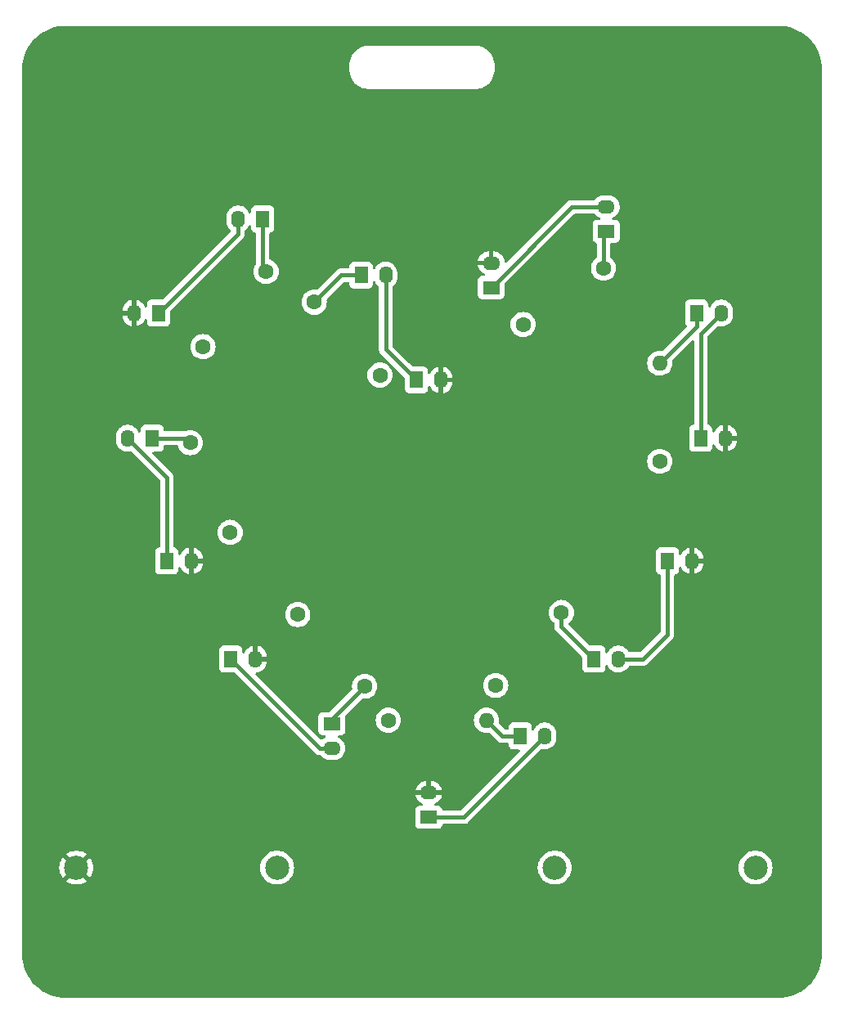
<source format=gbr>
%TF.GenerationSoftware,KiCad,Pcbnew,8.0.8*%
%TF.CreationDate,2025-02-15T13:49:33+02:00*%
%TF.ProjectId,Solder practice heart,536f6c64-6572-4207-9072-616374696365,rev?*%
%TF.SameCoordinates,Original*%
%TF.FileFunction,Copper,L1,Top*%
%TF.FilePolarity,Positive*%
%FSLAX46Y46*%
G04 Gerber Fmt 4.6, Leading zero omitted, Abs format (unit mm)*
G04 Created by KiCad (PCBNEW 8.0.8) date 2025-02-15 13:49:33*
%MOMM*%
%LPD*%
G01*
G04 APERTURE LIST*
G04 Aperture macros list*
%AMHorizOval*
0 Thick line with rounded ends*
0 $1 width*
0 $2 $3 position (X,Y) of the first rounded end (center of the circle)*
0 $4 $5 position (X,Y) of the second rounded end (center of the circle)*
0 Add line between two ends*
20,1,$1,$2,$3,$4,$5,0*
0 Add two circle primitives to create the rounded ends*
1,1,$1,$2,$3*
1,1,$1,$4,$5*%
G04 Aperture macros list end*
%TA.AperFunction,ComponentPad*%
%ADD10C,1.600000*%
%TD*%
%TA.AperFunction,ComponentPad*%
%ADD11HorizOval,1.600000X0.000000X0.000000X0.000000X0.000000X0*%
%TD*%
%TA.AperFunction,ComponentPad*%
%ADD12R,1.800000X1.400000*%
%TD*%
%TA.AperFunction,ComponentPad*%
%ADD13O,1.800000X1.400000*%
%TD*%
%TA.AperFunction,ComponentPad*%
%ADD14R,1.400000X1.800000*%
%TD*%
%TA.AperFunction,ComponentPad*%
%ADD15O,1.400000X1.800000*%
%TD*%
%TA.AperFunction,ComponentPad*%
%ADD16HorizOval,1.600000X0.000000X0.000000X0.000000X0.000000X0*%
%TD*%
%TA.AperFunction,ComponentPad*%
%ADD17HorizOval,1.600000X0.000000X0.000000X0.000000X0.000000X0*%
%TD*%
%TA.AperFunction,ComponentPad*%
%ADD18HorizOval,1.600000X0.000000X0.000000X0.000000X0.000000X0*%
%TD*%
%TA.AperFunction,ComponentPad*%
%ADD19HorizOval,1.600000X0.000000X0.000000X0.000000X0.000000X0*%
%TD*%
%TA.AperFunction,ComponentPad*%
%ADD20HorizOval,1.600000X0.000000X0.000000X0.000000X0.000000X0*%
%TD*%
%TA.AperFunction,ComponentPad*%
%ADD21O,1.600000X1.600000*%
%TD*%
%TA.AperFunction,ComponentPad*%
%ADD22C,2.500000*%
%TD*%
%TA.AperFunction,Conductor*%
%ADD23C,0.400000*%
%TD*%
%TA.AperFunction,Conductor*%
%ADD24C,0.200000*%
%TD*%
G04 APERTURE END LIST*
D10*
%TO.P,R6,1*%
%TO.N,GND*%
X129729252Y-84506013D03*
D11*
%TO.P,R6,2*%
%TO.N,Net-(LED12-K)*%
X136259973Y-76723001D03*
%TD*%
D12*
%TO.P,LED16,1,K*%
%TO.N,Net-(LED16-K)*%
X143064986Y-123543344D03*
D13*
%TO.P,LED16,2,A*%
%TO.N,Net-(LED15-K)*%
X143064986Y-126083344D03*
%TD*%
D14*
%TO.P,LED12,1,K*%
%TO.N,Net-(LED12-K)*%
X135895000Y-71291513D03*
D15*
%TO.P,LED12,2,A*%
%TO.N,Net-(LED11-K)*%
X133355000Y-71291513D03*
%TD*%
D10*
%TO.P,R2,1*%
%TO.N,GND*%
X160028471Y-119576472D03*
D16*
%TO.P,R2,2*%
%TO.N,Net-(LED4-K)*%
X166826839Y-112026119D03*
%TD*%
D10*
%TO.P,R7,1*%
%TO.N,GND*%
X132528123Y-103728818D03*
D17*
%TO.P,R7,2*%
%TO.N,Net-(LED14-K)*%
X128395678Y-94447197D03*
%TD*%
D14*
%TO.P,LED15,1,K*%
%TO.N,Net-(LED15-K)*%
X132602772Y-116840000D03*
D15*
%TO.P,LED15,2,A*%
%TO.N,VCC*%
X135142772Y-116840000D03*
%TD*%
D14*
%TO.P,LED4,1,K*%
%TO.N,Net-(LED4-K)*%
X170180000Y-116840000D03*
D15*
%TO.P,LED4,2,A*%
%TO.N,Net-(LED3-K)*%
X172720000Y-116840000D03*
%TD*%
D14*
%TO.P,LED9,1,K*%
%TO.N,Net-(LED10-A)*%
X151818716Y-87946696D03*
D15*
%TO.P,LED9,2,A*%
%TO.N,VCC*%
X154358716Y-87946696D03*
%TD*%
D14*
%TO.P,LED3,1,K*%
%TO.N,Net-(LED3-K)*%
X177800000Y-106680000D03*
D15*
%TO.P,LED3,2,A*%
%TO.N,VCC*%
X180340000Y-106680000D03*
%TD*%
D14*
%TO.P,LED5,1,K*%
%TO.N,Net-(LED5-K)*%
X181253678Y-93980000D03*
D15*
%TO.P,LED5,2,A*%
%TO.N,VCC*%
X183793678Y-93980000D03*
%TD*%
D12*
%TO.P,LED8,1,K*%
%TO.N,Net-(LED8-K)*%
X171455000Y-72566513D03*
D13*
%TO.P,LED8,2,A*%
%TO.N,Net-(LED7-K)*%
X171455000Y-70026513D03*
%TD*%
D10*
%TO.P,R8,1*%
%TO.N,GND*%
X139530433Y-112233303D03*
D18*
%TO.P,R8,2*%
%TO.N,Net-(LED16-K)*%
X146459536Y-119663857D03*
%TD*%
D14*
%TO.P,LED11,1,K*%
%TO.N,Net-(LED11-K)*%
X125122362Y-81042889D03*
D15*
%TO.P,LED11,2,A*%
%TO.N,VCC*%
X122582362Y-81042889D03*
%TD*%
D12*
%TO.P,LED7,1,K*%
%TO.N,Net-(LED7-K)*%
X159552802Y-78385743D03*
D13*
%TO.P,LED7,2,A*%
%TO.N,VCC*%
X159552802Y-75845743D03*
%TD*%
D10*
%TO.P,R5,1*%
%TO.N,GND*%
X148044844Y-87449475D03*
D19*
%TO.P,R5,2*%
%TO.N,Net-(LED10-K)*%
X141246477Y-79899124D03*
%TD*%
D14*
%TO.P,LED14,1,K*%
%TO.N,Net-(LED14-K)*%
X124460000Y-93980000D03*
D15*
%TO.P,LED14,2,A*%
%TO.N,Net-(LED13-K)*%
X121920000Y-93980000D03*
%TD*%
D10*
%TO.P,R4,1*%
%TO.N,GND*%
X162868676Y-82210875D03*
D20*
%TO.P,R4,2*%
%TO.N,Net-(LED8-K)*%
X171191261Y-76383339D03*
%TD*%
D14*
%TO.P,LED10,1,K*%
%TO.N,Net-(LED10-K)*%
X146095834Y-77110743D03*
D15*
%TO.P,LED10,2,A*%
%TO.N,Net-(LED10-A)*%
X148635834Y-77110743D03*
%TD*%
D14*
%TO.P,LED2,1,K*%
%TO.N,Net-(LED2-K)*%
X162560000Y-124818344D03*
D15*
%TO.P,LED2,2,A*%
%TO.N,Net-(LED1-K)*%
X165100000Y-124818344D03*
%TD*%
D10*
%TO.P,R3,1*%
%TO.N,GND*%
X177010490Y-96375114D03*
D21*
%TO.P,R3,2*%
%TO.N,Net-(LED6-K)*%
X177010490Y-86215114D03*
%TD*%
D10*
%TO.P,R1,1*%
%TO.N,GND*%
X148907866Y-123179642D03*
D21*
%TO.P,R1,2*%
%TO.N,Net-(LED2-K)*%
X159067866Y-123179642D03*
%TD*%
D14*
%TO.P,LED13,1,K*%
%TO.N,Net-(LED13-K)*%
X125970999Y-106680000D03*
D15*
%TO.P,LED13,2,A*%
%TO.N,VCC*%
X128510999Y-106680000D03*
%TD*%
%TO.P,LED6,2,A*%
%TO.N,Net-(LED5-K)*%
X183363422Y-81042889D03*
D14*
%TO.P,LED6,1,K*%
%TO.N,Net-(LED6-K)*%
X180823422Y-81042889D03*
%TD*%
D12*
%TO.P,LED1,1,K*%
%TO.N,Net-(LED1-K)*%
X153091485Y-133222840D03*
D13*
%TO.P,LED1,2,A*%
%TO.N,VCC*%
X153091485Y-130682840D03*
%TD*%
D22*
%TO.P,BAT1,1,1*%
%TO.N,VCC*%
X116600000Y-138430000D03*
%TO.P,BAT1,2,2*%
%TO.N,Net-(BAT1-Pad2)*%
X137400000Y-138430000D03*
%TD*%
%TO.P,BAT2,1,1*%
%TO.N,Net-(BAT1-Pad2)*%
X166130000Y-138430000D03*
%TO.P,BAT2,2,2*%
%TO.N,GND*%
X186930000Y-138430000D03*
%TD*%
D23*
%TO.N,Net-(LED14-K)*%
X124460000Y-93980000D02*
X127928481Y-93980000D01*
X127928481Y-93980000D02*
X128395678Y-94447197D01*
D24*
%TO.N,Net-(LED16-K)*%
X143064986Y-123543344D02*
X143064986Y-123058407D01*
D23*
X143064986Y-123058407D02*
X146459536Y-119663857D01*
%TO.N,Net-(LED15-K)*%
X132602772Y-116840000D02*
X141846116Y-126083344D01*
X141846116Y-126083344D02*
X143064986Y-126083344D01*
%TO.N,Net-(LED13-K)*%
X125970999Y-106680000D02*
X125970999Y-98030999D01*
X125970999Y-98030999D02*
X121920000Y-93980000D01*
%TO.N,Net-(LED11-K)*%
X133355000Y-71291513D02*
X133355000Y-72810251D01*
X133355000Y-72810251D02*
X125122362Y-81042889D01*
%TO.N,Net-(LED12-K)*%
X135895000Y-71291513D02*
X135895000Y-76358028D01*
D24*
X135895000Y-76358028D02*
X136259973Y-76723001D01*
D23*
%TO.N,Net-(LED10-K)*%
X146095834Y-77110743D02*
X144034858Y-77110743D01*
X144034858Y-77110743D02*
X141246477Y-79899124D01*
%TO.N,Net-(LED10-A)*%
X148635834Y-77110743D02*
X148635834Y-84763814D01*
X148635834Y-84763814D02*
X151818716Y-87946696D01*
%TO.N,Net-(LED7-K)*%
X171455000Y-70026513D02*
X167912032Y-70026513D01*
X167912032Y-70026513D02*
X159552802Y-78385743D01*
%TO.N,Net-(LED8-K)*%
X171191261Y-76383339D02*
X171191261Y-72830252D01*
D24*
X171191261Y-72830252D02*
X171455000Y-72566513D01*
D23*
%TO.N,Net-(LED6-K)*%
X180823422Y-81042889D02*
X180823422Y-82402182D01*
X180823422Y-82402182D02*
X177010490Y-86215114D01*
%TO.N,Net-(LED5-K)*%
X181253678Y-93980000D02*
X181253678Y-83152633D01*
X181253678Y-83152633D02*
X183363422Y-81042889D01*
%TO.N,Net-(LED3-K)*%
X175260000Y-116840000D02*
X177800000Y-114300000D01*
X172720000Y-116840000D02*
X175260000Y-116840000D01*
X177800000Y-114300000D02*
X177800000Y-106680000D01*
%TO.N,Net-(LED4-K)*%
X166826839Y-112026119D02*
X166826839Y-113486839D01*
X166826839Y-113486839D02*
X170180000Y-116840000D01*
%TO.N,Net-(LED2-K)*%
X162560000Y-124818344D02*
X160706568Y-124818344D01*
X160706568Y-124818344D02*
X159067866Y-123179642D01*
%TO.N,Net-(LED1-K)*%
X153091485Y-133222840D02*
X156695504Y-133222840D01*
X156695504Y-133222840D02*
X165100000Y-124818344D01*
%TD*%
%TA.AperFunction,Conductor*%
%TO.N,VCC*%
G36*
X189312702Y-51300617D02*
G01*
X189696771Y-51317386D01*
X189707506Y-51318326D01*
X190085971Y-51368152D01*
X190096597Y-51370025D01*
X190469284Y-51452648D01*
X190479710Y-51455442D01*
X190843765Y-51570227D01*
X190853911Y-51573920D01*
X191206578Y-51720000D01*
X191216369Y-51724566D01*
X191554942Y-51900816D01*
X191564310Y-51906224D01*
X191886244Y-52111318D01*
X191895105Y-52117523D01*
X192197930Y-52349889D01*
X192206217Y-52356843D01*
X192487635Y-52614715D01*
X192495284Y-52622364D01*
X192753156Y-52903782D01*
X192760110Y-52912069D01*
X192992476Y-53214894D01*
X192998681Y-53223755D01*
X193203775Y-53545689D01*
X193209183Y-53555057D01*
X193385430Y-53893623D01*
X193390002Y-53903427D01*
X193536075Y-54256078D01*
X193539775Y-54266244D01*
X193654554Y-54630278D01*
X193657354Y-54640727D01*
X193739971Y-55013389D01*
X193741849Y-55024042D01*
X193791671Y-55402473D01*
X193792614Y-55413249D01*
X193809382Y-55797297D01*
X193809500Y-55802706D01*
X193809500Y-147397293D01*
X193809382Y-147402702D01*
X193792614Y-147786750D01*
X193791671Y-147797526D01*
X193741849Y-148175957D01*
X193739971Y-148186610D01*
X193657354Y-148559272D01*
X193654554Y-148569721D01*
X193539775Y-148933755D01*
X193536075Y-148943921D01*
X193390002Y-149296572D01*
X193385430Y-149306376D01*
X193209183Y-149644942D01*
X193203775Y-149654310D01*
X192998681Y-149976244D01*
X192992476Y-149985105D01*
X192760110Y-150287930D01*
X192753156Y-150296217D01*
X192495284Y-150577635D01*
X192487635Y-150585284D01*
X192206217Y-150843156D01*
X192197930Y-150850110D01*
X191895105Y-151082476D01*
X191886244Y-151088681D01*
X191564310Y-151293775D01*
X191554942Y-151299183D01*
X191216376Y-151475430D01*
X191206572Y-151480002D01*
X190853921Y-151626075D01*
X190843755Y-151629775D01*
X190479721Y-151744554D01*
X190469272Y-151747354D01*
X190096610Y-151829971D01*
X190085957Y-151831849D01*
X189707526Y-151881671D01*
X189696750Y-151882614D01*
X189312703Y-151899382D01*
X189307294Y-151899500D01*
X115492706Y-151899500D01*
X115487297Y-151899382D01*
X115103249Y-151882614D01*
X115092473Y-151881671D01*
X114714042Y-151831849D01*
X114703389Y-151829971D01*
X114330727Y-151747354D01*
X114320278Y-151744554D01*
X113956244Y-151629775D01*
X113946078Y-151626075D01*
X113593427Y-151480002D01*
X113583623Y-151475430D01*
X113245057Y-151299183D01*
X113235689Y-151293775D01*
X112913755Y-151088681D01*
X112904894Y-151082476D01*
X112602069Y-150850110D01*
X112593782Y-150843156D01*
X112312364Y-150585284D01*
X112304715Y-150577635D01*
X112046843Y-150296217D01*
X112039889Y-150287930D01*
X111807523Y-149985105D01*
X111801318Y-149976244D01*
X111596224Y-149654310D01*
X111590816Y-149644942D01*
X111414569Y-149306376D01*
X111409997Y-149296572D01*
X111263924Y-148943921D01*
X111260224Y-148933755D01*
X111145442Y-148569710D01*
X111142648Y-148559284D01*
X111060025Y-148186597D01*
X111058152Y-148175971D01*
X111008326Y-147797506D01*
X111007386Y-147786771D01*
X110990618Y-147402702D01*
X110990500Y-147397293D01*
X110990500Y-138429995D01*
X114845093Y-138429995D01*
X114845093Y-138430004D01*
X114864692Y-138691545D01*
X114864693Y-138691550D01*
X114923058Y-138947270D01*
X115018883Y-139191426D01*
X115018882Y-139191426D01*
X115150029Y-139418576D01*
X115197873Y-139478572D01*
X115922421Y-138754024D01*
X115935359Y-138785258D01*
X116017437Y-138908097D01*
X116121903Y-139012563D01*
X116244742Y-139094641D01*
X116275974Y-139107577D01*
X115550830Y-139832720D01*
X115722546Y-139949793D01*
X115722550Y-139949795D01*
X115958854Y-140063594D01*
X115958858Y-140063595D01*
X116209494Y-140140907D01*
X116209500Y-140140909D01*
X116468848Y-140179999D01*
X116468857Y-140180000D01*
X116731143Y-140180000D01*
X116731151Y-140179999D01*
X116990499Y-140140909D01*
X116990505Y-140140907D01*
X117241143Y-140063595D01*
X117477445Y-139949798D01*
X117477447Y-139949797D01*
X117649168Y-139832720D01*
X116924025Y-139107578D01*
X116955258Y-139094641D01*
X117078097Y-139012563D01*
X117182563Y-138908097D01*
X117264641Y-138785258D01*
X117277578Y-138754025D01*
X118002125Y-139478572D01*
X118049971Y-139418573D01*
X118181116Y-139191426D01*
X118276941Y-138947270D01*
X118335306Y-138691550D01*
X118335307Y-138691545D01*
X118354907Y-138430004D01*
X118354907Y-138429995D01*
X135644592Y-138429995D01*
X135644592Y-138430004D01*
X135664196Y-138691620D01*
X135664197Y-138691625D01*
X135722576Y-138947402D01*
X135722578Y-138947411D01*
X135722580Y-138947416D01*
X135818432Y-139191643D01*
X135949614Y-139418857D01*
X136081736Y-139584533D01*
X136113198Y-139623985D01*
X136294753Y-139792441D01*
X136305521Y-139802433D01*
X136522296Y-139950228D01*
X136522301Y-139950230D01*
X136522302Y-139950231D01*
X136522303Y-139950232D01*
X136647843Y-140010688D01*
X136758673Y-140064061D01*
X136758674Y-140064061D01*
X136758677Y-140064063D01*
X137009385Y-140141396D01*
X137268818Y-140180500D01*
X137531182Y-140180500D01*
X137790615Y-140141396D01*
X138041323Y-140064063D01*
X138277704Y-139950228D01*
X138494479Y-139802433D01*
X138686805Y-139623981D01*
X138850386Y-139418857D01*
X138981568Y-139191643D01*
X139077420Y-138947416D01*
X139135802Y-138691630D01*
X139135808Y-138691550D01*
X139155408Y-138430004D01*
X139155408Y-138429995D01*
X164374592Y-138429995D01*
X164374592Y-138430004D01*
X164394196Y-138691620D01*
X164394197Y-138691625D01*
X164452576Y-138947402D01*
X164452578Y-138947411D01*
X164452580Y-138947416D01*
X164548432Y-139191643D01*
X164679614Y-139418857D01*
X164811736Y-139584533D01*
X164843198Y-139623985D01*
X165024753Y-139792441D01*
X165035521Y-139802433D01*
X165252296Y-139950228D01*
X165252301Y-139950230D01*
X165252302Y-139950231D01*
X165252303Y-139950232D01*
X165377843Y-140010688D01*
X165488673Y-140064061D01*
X165488674Y-140064061D01*
X165488677Y-140064063D01*
X165739385Y-140141396D01*
X165998818Y-140180500D01*
X166261182Y-140180500D01*
X166520615Y-140141396D01*
X166771323Y-140064063D01*
X167007704Y-139950228D01*
X167224479Y-139802433D01*
X167416805Y-139623981D01*
X167580386Y-139418857D01*
X167711568Y-139191643D01*
X167807420Y-138947416D01*
X167865802Y-138691630D01*
X167865808Y-138691550D01*
X167885408Y-138430004D01*
X167885408Y-138429995D01*
X185174592Y-138429995D01*
X185174592Y-138430004D01*
X185194196Y-138691620D01*
X185194197Y-138691625D01*
X185252576Y-138947402D01*
X185252578Y-138947411D01*
X185252580Y-138947416D01*
X185348432Y-139191643D01*
X185479614Y-139418857D01*
X185611736Y-139584533D01*
X185643198Y-139623985D01*
X185824753Y-139792441D01*
X185835521Y-139802433D01*
X186052296Y-139950228D01*
X186052301Y-139950230D01*
X186052302Y-139950231D01*
X186052303Y-139950232D01*
X186177843Y-140010688D01*
X186288673Y-140064061D01*
X186288674Y-140064061D01*
X186288677Y-140064063D01*
X186539385Y-140141396D01*
X186798818Y-140180500D01*
X187061182Y-140180500D01*
X187320615Y-140141396D01*
X187571323Y-140064063D01*
X187807704Y-139950228D01*
X188024479Y-139802433D01*
X188216805Y-139623981D01*
X188380386Y-139418857D01*
X188511568Y-139191643D01*
X188607420Y-138947416D01*
X188665802Y-138691630D01*
X188665808Y-138691550D01*
X188685408Y-138430004D01*
X188685408Y-138429995D01*
X188665803Y-138168379D01*
X188665802Y-138168374D01*
X188665802Y-138168370D01*
X188607420Y-137912584D01*
X188511568Y-137668357D01*
X188380386Y-137441143D01*
X188216805Y-137236019D01*
X188216804Y-137236018D01*
X188216801Y-137236014D01*
X188024479Y-137057567D01*
X187980052Y-137027277D01*
X187807704Y-136909772D01*
X187807700Y-136909770D01*
X187807697Y-136909768D01*
X187807696Y-136909767D01*
X187571325Y-136795938D01*
X187571327Y-136795938D01*
X187320623Y-136718606D01*
X187320619Y-136718605D01*
X187320615Y-136718604D01*
X187195823Y-136699794D01*
X187061187Y-136679500D01*
X187061182Y-136679500D01*
X186798818Y-136679500D01*
X186798812Y-136679500D01*
X186637247Y-136703853D01*
X186539385Y-136718604D01*
X186539382Y-136718605D01*
X186539376Y-136718606D01*
X186288673Y-136795938D01*
X186052303Y-136909767D01*
X186052302Y-136909768D01*
X186052296Y-136909771D01*
X186052296Y-136909772D01*
X186051654Y-136910210D01*
X185835520Y-137057567D01*
X185643198Y-137236014D01*
X185479614Y-137441143D01*
X185348432Y-137668356D01*
X185252582Y-137912578D01*
X185252576Y-137912597D01*
X185194197Y-138168374D01*
X185194196Y-138168379D01*
X185174592Y-138429995D01*
X167885408Y-138429995D01*
X167865803Y-138168379D01*
X167865802Y-138168374D01*
X167865802Y-138168370D01*
X167807420Y-137912584D01*
X167711568Y-137668357D01*
X167580386Y-137441143D01*
X167416805Y-137236019D01*
X167416804Y-137236018D01*
X167416801Y-137236014D01*
X167224479Y-137057567D01*
X167180052Y-137027277D01*
X167007704Y-136909772D01*
X167007700Y-136909770D01*
X167007697Y-136909768D01*
X167007696Y-136909767D01*
X166771325Y-136795938D01*
X166771327Y-136795938D01*
X166520623Y-136718606D01*
X166520619Y-136718605D01*
X166520615Y-136718604D01*
X166395823Y-136699794D01*
X166261187Y-136679500D01*
X166261182Y-136679500D01*
X165998818Y-136679500D01*
X165998812Y-136679500D01*
X165837247Y-136703853D01*
X165739385Y-136718604D01*
X165739382Y-136718605D01*
X165739376Y-136718606D01*
X165488673Y-136795938D01*
X165252303Y-136909767D01*
X165252302Y-136909768D01*
X165252296Y-136909771D01*
X165252296Y-136909772D01*
X165251654Y-136910210D01*
X165035520Y-137057567D01*
X164843198Y-137236014D01*
X164679614Y-137441143D01*
X164548432Y-137668356D01*
X164452582Y-137912578D01*
X164452576Y-137912597D01*
X164394197Y-138168374D01*
X164394196Y-138168379D01*
X164374592Y-138429995D01*
X139155408Y-138429995D01*
X139135803Y-138168379D01*
X139135802Y-138168374D01*
X139135802Y-138168370D01*
X139077420Y-137912584D01*
X138981568Y-137668357D01*
X138850386Y-137441143D01*
X138686805Y-137236019D01*
X138686804Y-137236018D01*
X138686801Y-137236014D01*
X138494479Y-137057567D01*
X138450052Y-137027277D01*
X138277704Y-136909772D01*
X138277700Y-136909770D01*
X138277697Y-136909768D01*
X138277696Y-136909767D01*
X138041325Y-136795938D01*
X138041327Y-136795938D01*
X137790623Y-136718606D01*
X137790619Y-136718605D01*
X137790615Y-136718604D01*
X137665823Y-136699794D01*
X137531187Y-136679500D01*
X137531182Y-136679500D01*
X137268818Y-136679500D01*
X137268812Y-136679500D01*
X137107247Y-136703853D01*
X137009385Y-136718604D01*
X137009382Y-136718605D01*
X137009376Y-136718606D01*
X136758673Y-136795938D01*
X136522303Y-136909767D01*
X136522302Y-136909768D01*
X136522296Y-136909771D01*
X136522296Y-136909772D01*
X136521654Y-136910210D01*
X136305520Y-137057567D01*
X136113198Y-137236014D01*
X135949614Y-137441143D01*
X135818432Y-137668356D01*
X135722582Y-137912578D01*
X135722576Y-137912597D01*
X135664197Y-138168374D01*
X135664196Y-138168379D01*
X135644592Y-138429995D01*
X118354907Y-138429995D01*
X118335307Y-138168454D01*
X118335306Y-138168449D01*
X118276941Y-137912729D01*
X118181116Y-137668573D01*
X118181117Y-137668573D01*
X118049972Y-137441426D01*
X118002124Y-137381427D01*
X117277577Y-138105973D01*
X117264641Y-138074742D01*
X117182563Y-137951903D01*
X117078097Y-137847437D01*
X116955258Y-137765359D01*
X116924024Y-137752421D01*
X117649168Y-137027278D01*
X117477454Y-136910206D01*
X117477445Y-136910201D01*
X117241142Y-136796404D01*
X117241144Y-136796404D01*
X116990505Y-136719092D01*
X116990499Y-136719090D01*
X116731151Y-136680000D01*
X116468848Y-136680000D01*
X116209500Y-136719090D01*
X116209494Y-136719092D01*
X115958858Y-136796404D01*
X115958854Y-136796405D01*
X115722547Y-136910205D01*
X115722539Y-136910210D01*
X115550830Y-137027277D01*
X116275975Y-137752421D01*
X116244742Y-137765359D01*
X116121903Y-137847437D01*
X116017437Y-137951903D01*
X115935359Y-138074742D01*
X115922421Y-138105974D01*
X115197874Y-137381427D01*
X115150028Y-137441425D01*
X115018883Y-137668573D01*
X114923058Y-137912729D01*
X114864693Y-138168449D01*
X114864692Y-138168454D01*
X114845093Y-138429995D01*
X110990500Y-138429995D01*
X110990500Y-132474975D01*
X151690985Y-132474975D01*
X151690985Y-133970710D01*
X151690986Y-133970716D01*
X151697393Y-134030323D01*
X151747687Y-134165168D01*
X151747691Y-134165175D01*
X151833937Y-134280384D01*
X151833940Y-134280387D01*
X151949149Y-134366633D01*
X151949156Y-134366637D01*
X152084002Y-134416931D01*
X152084001Y-134416931D01*
X152090929Y-134417675D01*
X152143612Y-134423340D01*
X154039357Y-134423339D01*
X154098968Y-134416931D01*
X154233816Y-134366636D01*
X154349031Y-134280386D01*
X154435281Y-134165171D01*
X154485576Y-134030323D01*
X154485576Y-134030321D01*
X154487359Y-134022778D01*
X154489631Y-134023314D01*
X154511914Y-133969528D01*
X154569308Y-133929683D01*
X154608461Y-133923340D01*
X156764500Y-133923340D01*
X156855544Y-133905229D01*
X156899832Y-133896420D01*
X156963573Y-133870017D01*
X157027311Y-133843617D01*
X157027312Y-133843616D01*
X157027315Y-133843615D01*
X157142047Y-133766954D01*
X164690306Y-126218693D01*
X164751627Y-126185210D01*
X164814096Y-126188338D01*
X164814143Y-126188146D01*
X164815169Y-126188392D01*
X164816314Y-126188449D01*
X164818882Y-126189284D01*
X164901831Y-126202421D01*
X165005514Y-126218844D01*
X165005519Y-126218844D01*
X165194486Y-126218844D01*
X165381118Y-126189284D01*
X165393656Y-126185210D01*
X165560832Y-126130891D01*
X165729199Y-126045104D01*
X165882073Y-125934034D01*
X166015690Y-125800417D01*
X166126760Y-125647543D01*
X166212547Y-125479176D01*
X166270940Y-125299462D01*
X166287274Y-125196332D01*
X166300500Y-125112830D01*
X166300500Y-124523857D01*
X166270940Y-124337225D01*
X166212545Y-124157507D01*
X166126759Y-123989144D01*
X166015690Y-123836271D01*
X165882073Y-123702654D01*
X165729199Y-123591584D01*
X165560836Y-123505798D01*
X165381118Y-123447403D01*
X165194486Y-123417844D01*
X165194481Y-123417844D01*
X165005519Y-123417844D01*
X165005514Y-123417844D01*
X164818881Y-123447403D01*
X164639163Y-123505798D01*
X164470800Y-123591584D01*
X164423240Y-123626139D01*
X164317927Y-123702654D01*
X164317925Y-123702656D01*
X164317924Y-123702656D01*
X164184312Y-123836268D01*
X164184312Y-123836269D01*
X164184310Y-123836271D01*
X164136610Y-123901923D01*
X164073240Y-123989144D01*
X163994984Y-124142731D01*
X163947009Y-124193527D01*
X163879188Y-124210322D01*
X163813053Y-124187785D01*
X163769602Y-124133069D01*
X163760499Y-124086436D01*
X163760499Y-123870473D01*
X163760498Y-123870467D01*
X163760497Y-123870460D01*
X163754091Y-123810861D01*
X163713732Y-123702654D01*
X163703797Y-123676015D01*
X163703793Y-123676008D01*
X163617547Y-123560799D01*
X163617544Y-123560796D01*
X163502335Y-123474550D01*
X163502328Y-123474546D01*
X163367482Y-123424252D01*
X163367483Y-123424252D01*
X163307883Y-123417845D01*
X163307881Y-123417844D01*
X163307873Y-123417844D01*
X163307864Y-123417844D01*
X161812129Y-123417844D01*
X161812123Y-123417845D01*
X161752516Y-123424252D01*
X161617671Y-123474546D01*
X161617664Y-123474550D01*
X161502455Y-123560796D01*
X161502452Y-123560799D01*
X161416206Y-123676008D01*
X161416202Y-123676015D01*
X161365908Y-123810861D01*
X161359501Y-123870460D01*
X161359501Y-123870467D01*
X161359500Y-123870479D01*
X161359500Y-123993844D01*
X161339815Y-124060883D01*
X161287011Y-124106638D01*
X161235500Y-124117844D01*
X161048087Y-124117844D01*
X160981048Y-124098159D01*
X160960406Y-124081525D01*
X160388893Y-123510012D01*
X160355408Y-123448689D01*
X160353046Y-123411523D01*
X160353499Y-123406339D01*
X160353501Y-123406334D01*
X160373334Y-123179642D01*
X160353501Y-122952950D01*
X160308782Y-122786057D01*
X160294607Y-122733153D01*
X160294604Y-122733144D01*
X160232990Y-122601013D01*
X160198434Y-122526908D01*
X160067913Y-122340503D01*
X160067911Y-122340500D01*
X159907007Y-122179596D01*
X159720600Y-122049074D01*
X159720598Y-122049073D01*
X159514363Y-121952903D01*
X159514354Y-121952900D01*
X159294563Y-121894008D01*
X159294559Y-121894007D01*
X159294558Y-121894007D01*
X159294557Y-121894006D01*
X159294552Y-121894006D01*
X159067868Y-121874174D01*
X159067864Y-121874174D01*
X158841179Y-121894006D01*
X158841168Y-121894008D01*
X158621377Y-121952900D01*
X158621368Y-121952903D01*
X158415133Y-122049073D01*
X158415131Y-122049074D01*
X158228724Y-122179596D01*
X158067820Y-122340500D01*
X157937298Y-122526907D01*
X157937297Y-122526909D01*
X157841127Y-122733144D01*
X157841124Y-122733153D01*
X157782232Y-122952944D01*
X157782230Y-122952955D01*
X157762398Y-123179640D01*
X157762398Y-123179643D01*
X157782230Y-123406328D01*
X157782232Y-123406339D01*
X157841124Y-123626130D01*
X157841127Y-123626139D01*
X157937297Y-123832374D01*
X157937298Y-123832376D01*
X158067820Y-124018783D01*
X158228724Y-124179687D01*
X158228727Y-124179689D01*
X158415132Y-124310210D01*
X158621370Y-124406381D01*
X158841174Y-124465277D01*
X159003096Y-124479443D01*
X159067864Y-124485110D01*
X159067866Y-124485110D01*
X159067867Y-124485110D01*
X159086170Y-124483508D01*
X159294558Y-124465277D01*
X159294563Y-124465275D01*
X159299747Y-124464822D01*
X159368247Y-124478588D01*
X159398236Y-124500669D01*
X160260021Y-125362455D01*
X160260022Y-125362456D01*
X160374760Y-125439121D01*
X160471463Y-125479176D01*
X160502240Y-125491924D01*
X160502244Y-125491924D01*
X160502245Y-125491925D01*
X160637571Y-125518844D01*
X160637574Y-125518844D01*
X160637575Y-125518844D01*
X161235501Y-125518844D01*
X161302540Y-125538529D01*
X161348295Y-125591333D01*
X161359501Y-125642844D01*
X161359501Y-125766220D01*
X161365908Y-125825827D01*
X161416202Y-125960672D01*
X161416206Y-125960679D01*
X161502452Y-126075888D01*
X161502455Y-126075891D01*
X161617664Y-126162137D01*
X161617671Y-126162141D01*
X161752517Y-126212435D01*
X161752516Y-126212435D01*
X161759444Y-126213179D01*
X161812127Y-126218844D01*
X162409481Y-126218843D01*
X162476519Y-126238527D01*
X162522274Y-126291331D01*
X162532218Y-126360490D01*
X162503193Y-126424046D01*
X162497161Y-126430524D01*
X156441666Y-132486021D01*
X156380343Y-132519506D01*
X156353985Y-132522340D01*
X154608462Y-132522340D01*
X154541423Y-132502655D01*
X154495668Y-132449851D01*
X154488218Y-132422705D01*
X154487361Y-132422908D01*
X154485577Y-132415360D01*
X154435282Y-132280511D01*
X154435278Y-132280504D01*
X154349032Y-132165295D01*
X154349029Y-132165292D01*
X154233820Y-132079046D01*
X154233813Y-132079042D01*
X154098967Y-132028748D01*
X154098968Y-132028748D01*
X154039368Y-132022341D01*
X154039366Y-132022340D01*
X154039358Y-132022340D01*
X154039350Y-132022340D01*
X153822293Y-132022340D01*
X153755254Y-132002655D01*
X153709499Y-131949851D01*
X153699555Y-131880693D01*
X153728580Y-131817137D01*
X153765998Y-131787855D01*
X153920425Y-131709169D01*
X154073226Y-131598154D01*
X154073231Y-131598150D01*
X154206795Y-131464586D01*
X154206799Y-131464581D01*
X154317814Y-131311780D01*
X154403570Y-131143477D01*
X154461936Y-130963842D01*
X154466847Y-130932840D01*
X153407171Y-130932840D01*
X153411565Y-130928446D01*
X153464226Y-130837234D01*
X153491485Y-130735501D01*
X153491485Y-130630179D01*
X153464226Y-130528446D01*
X153411565Y-130437234D01*
X153407171Y-130432840D01*
X154466847Y-130432840D01*
X154461936Y-130401837D01*
X154403570Y-130222202D01*
X154317814Y-130053899D01*
X154206799Y-129901098D01*
X154206795Y-129901093D01*
X154073231Y-129767529D01*
X154073226Y-129767525D01*
X153920425Y-129656510D01*
X153752122Y-129570754D01*
X153572487Y-129512388D01*
X153385932Y-129482840D01*
X153341485Y-129482840D01*
X153341485Y-130367154D01*
X153337091Y-130362760D01*
X153245879Y-130310099D01*
X153144146Y-130282840D01*
X153038824Y-130282840D01*
X152937091Y-130310099D01*
X152845879Y-130362760D01*
X152841485Y-130367154D01*
X152841485Y-129482840D01*
X152797038Y-129482840D01*
X152610482Y-129512388D01*
X152430847Y-129570754D01*
X152262544Y-129656510D01*
X152109743Y-129767525D01*
X152109738Y-129767529D01*
X151976174Y-129901093D01*
X151976170Y-129901098D01*
X151865155Y-130053899D01*
X151779399Y-130222202D01*
X151721033Y-130401837D01*
X151716123Y-130432840D01*
X152775799Y-130432840D01*
X152771405Y-130437234D01*
X152718744Y-130528446D01*
X152691485Y-130630179D01*
X152691485Y-130735501D01*
X152718744Y-130837234D01*
X152771405Y-130928446D01*
X152775799Y-130932840D01*
X151716123Y-130932840D01*
X151721033Y-130963842D01*
X151779399Y-131143477D01*
X151865155Y-131311780D01*
X151976170Y-131464581D01*
X151976174Y-131464586D01*
X152109738Y-131598150D01*
X152109743Y-131598154D01*
X152262544Y-131709169D01*
X152416972Y-131787855D01*
X152467768Y-131835830D01*
X152484563Y-131903651D01*
X152462026Y-131969786D01*
X152407310Y-132013237D01*
X152360678Y-132022340D01*
X152143614Y-132022340D01*
X152143608Y-132022341D01*
X152084001Y-132028748D01*
X151949156Y-132079042D01*
X151949149Y-132079046D01*
X151833940Y-132165292D01*
X151833937Y-132165295D01*
X151747691Y-132280504D01*
X151747687Y-132280511D01*
X151697393Y-132415357D01*
X151690986Y-132474956D01*
X151690985Y-132474975D01*
X110990500Y-132474975D01*
X110990500Y-115892135D01*
X131402272Y-115892135D01*
X131402272Y-117787870D01*
X131402273Y-117787876D01*
X131408680Y-117847483D01*
X131458974Y-117982328D01*
X131458978Y-117982335D01*
X131545224Y-118097544D01*
X131545227Y-118097547D01*
X131660436Y-118183793D01*
X131660443Y-118183797D01*
X131795289Y-118234091D01*
X131795288Y-118234091D01*
X131802216Y-118234835D01*
X131854899Y-118240500D01*
X132961252Y-118240499D01*
X133028291Y-118260184D01*
X133048933Y-118276818D01*
X137257912Y-122485796D01*
X141302002Y-126529886D01*
X141399574Y-126627458D01*
X141399575Y-126627459D01*
X141514298Y-126704115D01*
X141514302Y-126704117D01*
X141514305Y-126704119D01*
X141588982Y-126735051D01*
X141588983Y-126735051D01*
X141588985Y-126735053D01*
X141641782Y-126756922D01*
X141641787Y-126756924D01*
X141641796Y-126756925D01*
X141641797Y-126756926D01*
X141668661Y-126762269D01*
X141668667Y-126762270D01*
X141668707Y-126762278D01*
X141759053Y-126780249D01*
X141777122Y-126783844D01*
X141777123Y-126783844D01*
X141826848Y-126783844D01*
X141893887Y-126803529D01*
X141927165Y-126834957D01*
X141949296Y-126865417D01*
X142082913Y-126999034D01*
X142235787Y-127110104D01*
X142315333Y-127150634D01*
X142404149Y-127195889D01*
X142404151Y-127195889D01*
X142404154Y-127195891D01*
X142500483Y-127227190D01*
X142583867Y-127254284D01*
X142770500Y-127283844D01*
X142770505Y-127283844D01*
X143359472Y-127283844D01*
X143546104Y-127254284D01*
X143725818Y-127195891D01*
X143894185Y-127110104D01*
X144047059Y-126999034D01*
X144180676Y-126865417D01*
X144291746Y-126712543D01*
X144377533Y-126544176D01*
X144435926Y-126364462D01*
X144455872Y-126238527D01*
X144465486Y-126177830D01*
X144465486Y-125988857D01*
X144435926Y-125802225D01*
X144377531Y-125622507D01*
X144291745Y-125454144D01*
X144280829Y-125439119D01*
X144180676Y-125301271D01*
X144047059Y-125167654D01*
X143894185Y-125056584D01*
X143740597Y-124978327D01*
X143689802Y-124930354D01*
X143673007Y-124862533D01*
X143695544Y-124796398D01*
X143750259Y-124752946D01*
X143796892Y-124743843D01*
X144012858Y-124743843D01*
X144072469Y-124737435D01*
X144207317Y-124687140D01*
X144322532Y-124600890D01*
X144408782Y-124485675D01*
X144459077Y-124350827D01*
X144465486Y-124291217D01*
X144465485Y-123179640D01*
X147602398Y-123179640D01*
X147602398Y-123179643D01*
X147622230Y-123406328D01*
X147622232Y-123406339D01*
X147681124Y-123626130D01*
X147681127Y-123626139D01*
X147777297Y-123832374D01*
X147777298Y-123832376D01*
X147907820Y-124018783D01*
X148068724Y-124179687D01*
X148068727Y-124179689D01*
X148255132Y-124310210D01*
X148461370Y-124406381D01*
X148681174Y-124465277D01*
X148843096Y-124479443D01*
X148907864Y-124485110D01*
X148907866Y-124485110D01*
X148907868Y-124485110D01*
X148964539Y-124480151D01*
X149134558Y-124465277D01*
X149354362Y-124406381D01*
X149560600Y-124310210D01*
X149747005Y-124179689D01*
X149907913Y-124018781D01*
X150038434Y-123832376D01*
X150134605Y-123626138D01*
X150193501Y-123406334D01*
X150213334Y-123179642D01*
X150193501Y-122952950D01*
X150148782Y-122786057D01*
X150134607Y-122733153D01*
X150134604Y-122733144D01*
X150072990Y-122601013D01*
X150038434Y-122526908D01*
X149907913Y-122340503D01*
X149907911Y-122340500D01*
X149747007Y-122179596D01*
X149560600Y-122049074D01*
X149560598Y-122049073D01*
X149354363Y-121952903D01*
X149354354Y-121952900D01*
X149134563Y-121894008D01*
X149134559Y-121894007D01*
X149134558Y-121894007D01*
X149134557Y-121894006D01*
X149134552Y-121894006D01*
X148907868Y-121874174D01*
X148907864Y-121874174D01*
X148681179Y-121894006D01*
X148681168Y-121894008D01*
X148461377Y-121952900D01*
X148461368Y-121952903D01*
X148255133Y-122049073D01*
X148255131Y-122049074D01*
X148068724Y-122179596D01*
X147907820Y-122340500D01*
X147777298Y-122526907D01*
X147777297Y-122526909D01*
X147681127Y-122733144D01*
X147681124Y-122733153D01*
X147622232Y-122952944D01*
X147622230Y-122952955D01*
X147602398Y-123179640D01*
X144465485Y-123179640D01*
X144465485Y-122795472D01*
X144459077Y-122735861D01*
X144458248Y-122728148D01*
X144460045Y-122727954D01*
X144463253Y-122667977D01*
X144492512Y-122621536D01*
X146129166Y-120984882D01*
X146190487Y-120951399D01*
X146227653Y-120949037D01*
X146232839Y-120949490D01*
X146232844Y-120949492D01*
X146437799Y-120967423D01*
X146459535Y-120969325D01*
X146459536Y-120969325D01*
X146459538Y-120969325D01*
X146516209Y-120964366D01*
X146686228Y-120949492D01*
X146906032Y-120890596D01*
X147112270Y-120794425D01*
X147298675Y-120663904D01*
X147459583Y-120502996D01*
X147590104Y-120316591D01*
X147686275Y-120110353D01*
X147745171Y-119890549D01*
X147765004Y-119663857D01*
X147757359Y-119576470D01*
X158723003Y-119576470D01*
X158723003Y-119576473D01*
X158742835Y-119803158D01*
X158742837Y-119803169D01*
X158801729Y-120022960D01*
X158801732Y-120022969D01*
X158897902Y-120229204D01*
X158897903Y-120229206D01*
X159028425Y-120415613D01*
X159189329Y-120576517D01*
X159189332Y-120576519D01*
X159375737Y-120707040D01*
X159581975Y-120803211D01*
X159801779Y-120862107D01*
X159963701Y-120876273D01*
X160028469Y-120881940D01*
X160028471Y-120881940D01*
X160028473Y-120881940D01*
X160085144Y-120876981D01*
X160255163Y-120862107D01*
X160474967Y-120803211D01*
X160681205Y-120707040D01*
X160867610Y-120576519D01*
X161028518Y-120415611D01*
X161159039Y-120229206D01*
X161255210Y-120022968D01*
X161314106Y-119803164D01*
X161333939Y-119576472D01*
X161314106Y-119349780D01*
X161255210Y-119129976D01*
X161159039Y-118923738D01*
X161028518Y-118737333D01*
X161028516Y-118737330D01*
X160867612Y-118576426D01*
X160681205Y-118445904D01*
X160681203Y-118445903D01*
X160474968Y-118349733D01*
X160474959Y-118349730D01*
X160255168Y-118290838D01*
X160255164Y-118290837D01*
X160255163Y-118290837D01*
X160255162Y-118290836D01*
X160255157Y-118290836D01*
X160028473Y-118271004D01*
X160028469Y-118271004D01*
X159801784Y-118290836D01*
X159801773Y-118290838D01*
X159581982Y-118349730D01*
X159581973Y-118349733D01*
X159375738Y-118445903D01*
X159375736Y-118445904D01*
X159189329Y-118576426D01*
X159028425Y-118737330D01*
X158897903Y-118923737D01*
X158897902Y-118923739D01*
X158801732Y-119129974D01*
X158801729Y-119129983D01*
X158742837Y-119349774D01*
X158742835Y-119349785D01*
X158723003Y-119576470D01*
X147757359Y-119576470D01*
X147745171Y-119437165D01*
X147686275Y-119217361D01*
X147590104Y-119011123D01*
X147459583Y-118824718D01*
X147459581Y-118824715D01*
X147298677Y-118663811D01*
X147112270Y-118533289D01*
X147112268Y-118533288D01*
X146906033Y-118437118D01*
X146906024Y-118437115D01*
X146686233Y-118378223D01*
X146686229Y-118378222D01*
X146686228Y-118378222D01*
X146686227Y-118378221D01*
X146686222Y-118378221D01*
X146459538Y-118358389D01*
X146459534Y-118358389D01*
X146232849Y-118378221D01*
X146232838Y-118378223D01*
X146013047Y-118437115D01*
X146013038Y-118437118D01*
X145806803Y-118533288D01*
X145806801Y-118533289D01*
X145620394Y-118663811D01*
X145459490Y-118824715D01*
X145328968Y-119011122D01*
X145328967Y-119011124D01*
X145232797Y-119217359D01*
X145232794Y-119217368D01*
X145173902Y-119437159D01*
X145173900Y-119437170D01*
X145154068Y-119663855D01*
X145154068Y-119663858D01*
X145174355Y-119895738D01*
X145160588Y-119964238D01*
X145138508Y-119994226D01*
X142826209Y-122306525D01*
X142764886Y-122340010D01*
X142738528Y-122342844D01*
X142117115Y-122342844D01*
X142117109Y-122342845D01*
X142057502Y-122349252D01*
X141922657Y-122399546D01*
X141922650Y-122399550D01*
X141807441Y-122485796D01*
X141807438Y-122485799D01*
X141721192Y-122601008D01*
X141721188Y-122601015D01*
X141670894Y-122735861D01*
X141664487Y-122795460D01*
X141664487Y-122795467D01*
X141664486Y-122795479D01*
X141664486Y-124291214D01*
X141664487Y-124291220D01*
X141670894Y-124350827D01*
X141721188Y-124485672D01*
X141721192Y-124485679D01*
X141807438Y-124600888D01*
X141807441Y-124600891D01*
X141922650Y-124687137D01*
X141922657Y-124687141D01*
X142057503Y-124737435D01*
X142057502Y-124737435D01*
X142064430Y-124738179D01*
X142117113Y-124743844D01*
X142333078Y-124743843D01*
X142400115Y-124763527D01*
X142445870Y-124816331D01*
X142455814Y-124885489D01*
X142426789Y-124949045D01*
X142389371Y-124978327D01*
X142235791Y-125056580D01*
X142082900Y-125167663D01*
X142082769Y-125167776D01*
X142082709Y-125167802D01*
X142078972Y-125170518D01*
X142078400Y-125169732D01*
X142019002Y-125196332D01*
X141949918Y-125185880D01*
X141914577Y-125161149D01*
X138627602Y-121874174D01*
X135198843Y-118445414D01*
X135165359Y-118384093D01*
X135170343Y-118314401D01*
X135212215Y-118258468D01*
X135267127Y-118235262D01*
X135423774Y-118210451D01*
X135603409Y-118152085D01*
X135771712Y-118066329D01*
X135924513Y-117955314D01*
X135924518Y-117955310D01*
X136058082Y-117821746D01*
X136058086Y-117821741D01*
X136169101Y-117668940D01*
X136254857Y-117500637D01*
X136313223Y-117321002D01*
X136342772Y-117134447D01*
X136342772Y-117090000D01*
X135458458Y-117090000D01*
X135462852Y-117085606D01*
X135515513Y-116994394D01*
X135542772Y-116892661D01*
X135542772Y-116787339D01*
X135515513Y-116685606D01*
X135462852Y-116594394D01*
X135458458Y-116590000D01*
X136342772Y-116590000D01*
X136342772Y-116545552D01*
X136313223Y-116358997D01*
X136254857Y-116179362D01*
X136169101Y-116011059D01*
X136058086Y-115858258D01*
X136058082Y-115858253D01*
X135924518Y-115724689D01*
X135924513Y-115724685D01*
X135771712Y-115613670D01*
X135603407Y-115527913D01*
X135423776Y-115469549D01*
X135423767Y-115469547D01*
X135392772Y-115464637D01*
X135392772Y-116524314D01*
X135388378Y-116519920D01*
X135297166Y-116467259D01*
X135195433Y-116440000D01*
X135090111Y-116440000D01*
X134988378Y-116467259D01*
X134897166Y-116519920D01*
X134892772Y-116524314D01*
X134892772Y-115464637D01*
X134892771Y-115464637D01*
X134861776Y-115469547D01*
X134861767Y-115469549D01*
X134682136Y-115527913D01*
X134513831Y-115613670D01*
X134361030Y-115724685D01*
X134361025Y-115724689D01*
X134227461Y-115858253D01*
X134227457Y-115858258D01*
X134116442Y-116011059D01*
X134037756Y-116165488D01*
X133989781Y-116216284D01*
X133921960Y-116233079D01*
X133855825Y-116210541D01*
X133812374Y-116155826D01*
X133803271Y-116109193D01*
X133803271Y-115892129D01*
X133803270Y-115892123D01*
X133803269Y-115892116D01*
X133796863Y-115832517D01*
X133756644Y-115724685D01*
X133746569Y-115697671D01*
X133746565Y-115697664D01*
X133660319Y-115582455D01*
X133660316Y-115582452D01*
X133545107Y-115496206D01*
X133545100Y-115496202D01*
X133410254Y-115445908D01*
X133410255Y-115445908D01*
X133350655Y-115439501D01*
X133350653Y-115439500D01*
X133350645Y-115439500D01*
X133350636Y-115439500D01*
X131854901Y-115439500D01*
X131854895Y-115439501D01*
X131795288Y-115445908D01*
X131660443Y-115496202D01*
X131660436Y-115496206D01*
X131545227Y-115582452D01*
X131545224Y-115582455D01*
X131458978Y-115697664D01*
X131458974Y-115697671D01*
X131408680Y-115832517D01*
X131405913Y-115858258D01*
X131402273Y-115892123D01*
X131402272Y-115892135D01*
X110990500Y-115892135D01*
X110990500Y-112233301D01*
X138224965Y-112233301D01*
X138224965Y-112233304D01*
X138244797Y-112459989D01*
X138244799Y-112460000D01*
X138303691Y-112679791D01*
X138303694Y-112679800D01*
X138399864Y-112886035D01*
X138399865Y-112886037D01*
X138530387Y-113072444D01*
X138691291Y-113233348D01*
X138691294Y-113233350D01*
X138877699Y-113363871D01*
X139083937Y-113460042D01*
X139303741Y-113518938D01*
X139465663Y-113533104D01*
X139530431Y-113538771D01*
X139530433Y-113538771D01*
X139530435Y-113538771D01*
X139587106Y-113533812D01*
X139757125Y-113518938D01*
X139976929Y-113460042D01*
X140183167Y-113363871D01*
X140369572Y-113233350D01*
X140530480Y-113072442D01*
X140661001Y-112886037D01*
X140757172Y-112679799D01*
X140816068Y-112459995D01*
X140835901Y-112233303D01*
X140817775Y-112026117D01*
X165521371Y-112026117D01*
X165521371Y-112026120D01*
X165541203Y-112252805D01*
X165541205Y-112252816D01*
X165600097Y-112472607D01*
X165600100Y-112472616D01*
X165696270Y-112678851D01*
X165696271Y-112678853D01*
X165826793Y-112865260D01*
X165987696Y-113026163D01*
X165987699Y-113026165D01*
X165987700Y-113026166D01*
X166073462Y-113086216D01*
X166117087Y-113140792D01*
X166126339Y-113187791D01*
X166126339Y-113417845D01*
X166126339Y-113555833D01*
X166126339Y-113555835D01*
X166126338Y-113555835D01*
X166153257Y-113691161D01*
X166153260Y-113691171D01*
X166206061Y-113818646D01*
X166282726Y-113933384D01*
X166282727Y-113933385D01*
X168943181Y-116593838D01*
X168976666Y-116655161D01*
X168979500Y-116681519D01*
X168979500Y-117787870D01*
X168979501Y-117787876D01*
X168985908Y-117847483D01*
X169036202Y-117982328D01*
X169036206Y-117982335D01*
X169122452Y-118097544D01*
X169122455Y-118097547D01*
X169237664Y-118183793D01*
X169237671Y-118183797D01*
X169372517Y-118234091D01*
X169372516Y-118234091D01*
X169379444Y-118234835D01*
X169432127Y-118240500D01*
X170927872Y-118240499D01*
X170987483Y-118234091D01*
X171122331Y-118183796D01*
X171237546Y-118097546D01*
X171323796Y-117982331D01*
X171374091Y-117847483D01*
X171380500Y-117787873D01*
X171380499Y-117571906D01*
X171400183Y-117504870D01*
X171452987Y-117459115D01*
X171522145Y-117449171D01*
X171585701Y-117478196D01*
X171614984Y-117515614D01*
X171662162Y-117608205D01*
X171693240Y-117669199D01*
X171804310Y-117822073D01*
X171937927Y-117955690D01*
X172090801Y-118066760D01*
X172151218Y-118097544D01*
X172259163Y-118152545D01*
X172259165Y-118152545D01*
X172259168Y-118152547D01*
X172355333Y-118183793D01*
X172438881Y-118210940D01*
X172625514Y-118240500D01*
X172625519Y-118240500D01*
X172814486Y-118240500D01*
X173001118Y-118210940D01*
X173002623Y-118210451D01*
X173180832Y-118152547D01*
X173349199Y-118066760D01*
X173502073Y-117955690D01*
X173635690Y-117822073D01*
X173746760Y-117669199D01*
X173777838Y-117608205D01*
X173825813Y-117557409D01*
X173888323Y-117540500D01*
X175328996Y-117540500D01*
X175420040Y-117522389D01*
X175464328Y-117513580D01*
X175549753Y-117478196D01*
X175591807Y-117460777D01*
X175591808Y-117460776D01*
X175591811Y-117460775D01*
X175706543Y-117384114D01*
X178344113Y-114746543D01*
X178420774Y-114631812D01*
X178420775Y-114631811D01*
X178473580Y-114504328D01*
X178500500Y-114368993D01*
X178500500Y-108196975D01*
X178520185Y-108129937D01*
X178572989Y-108084182D01*
X178600135Y-108076736D01*
X178599932Y-108075876D01*
X178607479Y-108074092D01*
X178607481Y-108074091D01*
X178607483Y-108074091D01*
X178742331Y-108023796D01*
X178857546Y-107937546D01*
X178943796Y-107822331D01*
X178994091Y-107687483D01*
X179000500Y-107627873D01*
X179000499Y-107410805D01*
X179020183Y-107343769D01*
X179072987Y-107298014D01*
X179142145Y-107288070D01*
X179205701Y-107317095D01*
X179234983Y-107354513D01*
X179313666Y-107508935D01*
X179313667Y-107508936D01*
X179424685Y-107661741D01*
X179424689Y-107661746D01*
X179558253Y-107795310D01*
X179558258Y-107795314D01*
X179711059Y-107906329D01*
X179879362Y-107992085D01*
X180058997Y-108050451D01*
X180090000Y-108055362D01*
X180090000Y-106995686D01*
X180094394Y-107000080D01*
X180185606Y-107052741D01*
X180287339Y-107080000D01*
X180392661Y-107080000D01*
X180494394Y-107052741D01*
X180585606Y-107000080D01*
X180590000Y-106995686D01*
X180590000Y-108055361D01*
X180621002Y-108050451D01*
X180800637Y-107992085D01*
X180968940Y-107906329D01*
X181121741Y-107795314D01*
X181121746Y-107795310D01*
X181255310Y-107661746D01*
X181255314Y-107661741D01*
X181366329Y-107508940D01*
X181452085Y-107340637D01*
X181510451Y-107161002D01*
X181540000Y-106974447D01*
X181540000Y-106930000D01*
X180655686Y-106930000D01*
X180660080Y-106925606D01*
X180712741Y-106834394D01*
X180740000Y-106732661D01*
X180740000Y-106627339D01*
X180712741Y-106525606D01*
X180660080Y-106434394D01*
X180655686Y-106430000D01*
X181540000Y-106430000D01*
X181540000Y-106385552D01*
X181510451Y-106198997D01*
X181452085Y-106019362D01*
X181366329Y-105851059D01*
X181255314Y-105698258D01*
X181255310Y-105698253D01*
X181121746Y-105564689D01*
X181121741Y-105564685D01*
X180968940Y-105453670D01*
X180800635Y-105367913D01*
X180621004Y-105309549D01*
X180620995Y-105309547D01*
X180590000Y-105304637D01*
X180590000Y-106364314D01*
X180585606Y-106359920D01*
X180494394Y-106307259D01*
X180392661Y-106280000D01*
X180287339Y-106280000D01*
X180185606Y-106307259D01*
X180094394Y-106359920D01*
X180090000Y-106364314D01*
X180090000Y-105304637D01*
X180089999Y-105304637D01*
X180059004Y-105309547D01*
X180058995Y-105309549D01*
X179879364Y-105367913D01*
X179711059Y-105453670D01*
X179558258Y-105564685D01*
X179558253Y-105564689D01*
X179424689Y-105698253D01*
X179424685Y-105698258D01*
X179313667Y-105851063D01*
X179313666Y-105851064D01*
X179234983Y-106005487D01*
X179187009Y-106056283D01*
X179119188Y-106073078D01*
X179053053Y-106050540D01*
X179009602Y-105995825D01*
X179000499Y-105949192D01*
X179000499Y-105732129D01*
X179000498Y-105732123D01*
X179000497Y-105732116D01*
X178994091Y-105672517D01*
X178953872Y-105564685D01*
X178943797Y-105537671D01*
X178943793Y-105537664D01*
X178857547Y-105422455D01*
X178857544Y-105422452D01*
X178742335Y-105336206D01*
X178742328Y-105336202D01*
X178607482Y-105285908D01*
X178607483Y-105285908D01*
X178547883Y-105279501D01*
X178547881Y-105279500D01*
X178547873Y-105279500D01*
X178547864Y-105279500D01*
X177052129Y-105279500D01*
X177052123Y-105279501D01*
X176992516Y-105285908D01*
X176857671Y-105336202D01*
X176857664Y-105336206D01*
X176742455Y-105422452D01*
X176742452Y-105422455D01*
X176656206Y-105537664D01*
X176656202Y-105537671D01*
X176605908Y-105672517D01*
X176603141Y-105698258D01*
X176599501Y-105732123D01*
X176599500Y-105732135D01*
X176599500Y-107627870D01*
X176599501Y-107627876D01*
X176605908Y-107687483D01*
X176656202Y-107822328D01*
X176656206Y-107822335D01*
X176742452Y-107937544D01*
X176742455Y-107937547D01*
X176857664Y-108023793D01*
X176857671Y-108023797D01*
X176992517Y-108074091D01*
X177000062Y-108075874D01*
X176999523Y-108078151D01*
X177053287Y-108100408D01*
X177093147Y-108157793D01*
X177099500Y-108196975D01*
X177099500Y-113958481D01*
X177079815Y-114025520D01*
X177063181Y-114046162D01*
X175006162Y-116103181D01*
X174944839Y-116136666D01*
X174918481Y-116139500D01*
X173888323Y-116139500D01*
X173821284Y-116119815D01*
X173777838Y-116071795D01*
X173746759Y-116010800D01*
X173635690Y-115857927D01*
X173502073Y-115724310D01*
X173349199Y-115613240D01*
X173180836Y-115527454D01*
X173001118Y-115469059D01*
X172814486Y-115439500D01*
X172814481Y-115439500D01*
X172625519Y-115439500D01*
X172625514Y-115439500D01*
X172438881Y-115469059D01*
X172259163Y-115527454D01*
X172090800Y-115613240D01*
X172003579Y-115676610D01*
X171937927Y-115724310D01*
X171937925Y-115724312D01*
X171937924Y-115724312D01*
X171804312Y-115857924D01*
X171804312Y-115857925D01*
X171804310Y-115857927D01*
X171756610Y-115923579D01*
X171693240Y-116010800D01*
X171614984Y-116164387D01*
X171567009Y-116215183D01*
X171499188Y-116231978D01*
X171433053Y-116209441D01*
X171389602Y-116154725D01*
X171380499Y-116108092D01*
X171380499Y-115892129D01*
X171380498Y-115892123D01*
X171380497Y-115892116D01*
X171374091Y-115832517D01*
X171333872Y-115724685D01*
X171323797Y-115697671D01*
X171323793Y-115697664D01*
X171237547Y-115582455D01*
X171237544Y-115582452D01*
X171122335Y-115496206D01*
X171122328Y-115496202D01*
X170987482Y-115445908D01*
X170987483Y-115445908D01*
X170927883Y-115439501D01*
X170927881Y-115439500D01*
X170927873Y-115439500D01*
X170927865Y-115439500D01*
X169821519Y-115439500D01*
X169754480Y-115419815D01*
X169733838Y-115403181D01*
X167588638Y-113257981D01*
X167555153Y-113196658D01*
X167560137Y-113126966D01*
X167602009Y-113071033D01*
X167605161Y-113068749D01*
X167665978Y-113026166D01*
X167826886Y-112865258D01*
X167957407Y-112678853D01*
X168053578Y-112472615D01*
X168112474Y-112252811D01*
X168132307Y-112026119D01*
X168112474Y-111799427D01*
X168053832Y-111580570D01*
X168053580Y-111579630D01*
X168053577Y-111579621D01*
X167957407Y-111373386D01*
X167957406Y-111373384D01*
X167826884Y-111186977D01*
X167665980Y-111026073D01*
X167479573Y-110895551D01*
X167479571Y-110895550D01*
X167273336Y-110799380D01*
X167273327Y-110799377D01*
X167053536Y-110740485D01*
X167053532Y-110740484D01*
X167053531Y-110740484D01*
X167053530Y-110740483D01*
X167053525Y-110740483D01*
X166826841Y-110720651D01*
X166826837Y-110720651D01*
X166600152Y-110740483D01*
X166600141Y-110740485D01*
X166380350Y-110799377D01*
X166380341Y-110799380D01*
X166174106Y-110895550D01*
X166174104Y-110895551D01*
X165987697Y-111026073D01*
X165826793Y-111186977D01*
X165696271Y-111373384D01*
X165696270Y-111373386D01*
X165600100Y-111579621D01*
X165600097Y-111579630D01*
X165541205Y-111799421D01*
X165541203Y-111799432D01*
X165521371Y-112026117D01*
X140817775Y-112026117D01*
X140816068Y-112006611D01*
X140757172Y-111786807D01*
X140661001Y-111580569D01*
X140530480Y-111394164D01*
X140530478Y-111394161D01*
X140369574Y-111233257D01*
X140183167Y-111102735D01*
X140183165Y-111102734D01*
X139976930Y-111006564D01*
X139976921Y-111006561D01*
X139757130Y-110947669D01*
X139757126Y-110947668D01*
X139757125Y-110947668D01*
X139757124Y-110947667D01*
X139757119Y-110947667D01*
X139530435Y-110927835D01*
X139530431Y-110927835D01*
X139303746Y-110947667D01*
X139303735Y-110947669D01*
X139083944Y-111006561D01*
X139083935Y-111006564D01*
X138877700Y-111102734D01*
X138877698Y-111102735D01*
X138691291Y-111233257D01*
X138530387Y-111394161D01*
X138399865Y-111580568D01*
X138399864Y-111580570D01*
X138303694Y-111786805D01*
X138303691Y-111786814D01*
X138244799Y-112006605D01*
X138244797Y-112006616D01*
X138224965Y-112233301D01*
X110990500Y-112233301D01*
X110990500Y-93685513D01*
X120719500Y-93685513D01*
X120719500Y-94274486D01*
X120749059Y-94461118D01*
X120807454Y-94640836D01*
X120874493Y-94772406D01*
X120893240Y-94809199D01*
X121004310Y-94962073D01*
X121137927Y-95095690D01*
X121290801Y-95206760D01*
X121370347Y-95247290D01*
X121459163Y-95292545D01*
X121459165Y-95292545D01*
X121459168Y-95292547D01*
X121555333Y-95323793D01*
X121638881Y-95350940D01*
X121825514Y-95380500D01*
X121825519Y-95380500D01*
X122014486Y-95380500D01*
X122099316Y-95367063D01*
X122201118Y-95350940D01*
X122203691Y-95350104D01*
X122204722Y-95350074D01*
X122205857Y-95349802D01*
X122205914Y-95350040D01*
X122273532Y-95348105D01*
X122329695Y-95380352D01*
X125234180Y-98284837D01*
X125267665Y-98346160D01*
X125270499Y-98372518D01*
X125270499Y-105163023D01*
X125250814Y-105230062D01*
X125198010Y-105275817D01*
X125170864Y-105283266D01*
X125171067Y-105284124D01*
X125163519Y-105285907D01*
X125028670Y-105336202D01*
X125028663Y-105336206D01*
X124913454Y-105422452D01*
X124913451Y-105422455D01*
X124827205Y-105537664D01*
X124827201Y-105537671D01*
X124776907Y-105672517D01*
X124774140Y-105698258D01*
X124770500Y-105732123D01*
X124770499Y-105732135D01*
X124770499Y-107627870D01*
X124770500Y-107627876D01*
X124776907Y-107687483D01*
X124827201Y-107822328D01*
X124827205Y-107822335D01*
X124913451Y-107937544D01*
X124913454Y-107937547D01*
X125028663Y-108023793D01*
X125028670Y-108023797D01*
X125163516Y-108074091D01*
X125163515Y-108074091D01*
X125170443Y-108074835D01*
X125223126Y-108080500D01*
X126718871Y-108080499D01*
X126778482Y-108074091D01*
X126913330Y-108023796D01*
X127028545Y-107937546D01*
X127114795Y-107822331D01*
X127165090Y-107687483D01*
X127171499Y-107627873D01*
X127171498Y-107410805D01*
X127191182Y-107343769D01*
X127243986Y-107298014D01*
X127313144Y-107288070D01*
X127376700Y-107317095D01*
X127405982Y-107354513D01*
X127484665Y-107508935D01*
X127484666Y-107508936D01*
X127595684Y-107661741D01*
X127595688Y-107661746D01*
X127729252Y-107795310D01*
X127729257Y-107795314D01*
X127882058Y-107906329D01*
X128050361Y-107992085D01*
X128229996Y-108050451D01*
X128260999Y-108055362D01*
X128260999Y-106995686D01*
X128265393Y-107000080D01*
X128356605Y-107052741D01*
X128458338Y-107080000D01*
X128563660Y-107080000D01*
X128665393Y-107052741D01*
X128756605Y-107000080D01*
X128760999Y-106995686D01*
X128760999Y-108055361D01*
X128792001Y-108050451D01*
X128971636Y-107992085D01*
X129139939Y-107906329D01*
X129292740Y-107795314D01*
X129292745Y-107795310D01*
X129426309Y-107661746D01*
X129426313Y-107661741D01*
X129537328Y-107508940D01*
X129623084Y-107340637D01*
X129681450Y-107161002D01*
X129710999Y-106974447D01*
X129710999Y-106930000D01*
X128826685Y-106930000D01*
X128831079Y-106925606D01*
X128883740Y-106834394D01*
X128910999Y-106732661D01*
X128910999Y-106627339D01*
X128883740Y-106525606D01*
X128831079Y-106434394D01*
X128826685Y-106430000D01*
X129710999Y-106430000D01*
X129710999Y-106385552D01*
X129681450Y-106198997D01*
X129623084Y-106019362D01*
X129537328Y-105851059D01*
X129426313Y-105698258D01*
X129426309Y-105698253D01*
X129292745Y-105564689D01*
X129292740Y-105564685D01*
X129139939Y-105453670D01*
X128971634Y-105367913D01*
X128792003Y-105309549D01*
X128791994Y-105309547D01*
X128760999Y-105304637D01*
X128760999Y-106364314D01*
X128756605Y-106359920D01*
X128665393Y-106307259D01*
X128563660Y-106280000D01*
X128458338Y-106280000D01*
X128356605Y-106307259D01*
X128265393Y-106359920D01*
X128260999Y-106364314D01*
X128260999Y-105304637D01*
X128260998Y-105304637D01*
X128230003Y-105309547D01*
X128229994Y-105309549D01*
X128050363Y-105367913D01*
X127882058Y-105453670D01*
X127729257Y-105564685D01*
X127729252Y-105564689D01*
X127595688Y-105698253D01*
X127595684Y-105698258D01*
X127484666Y-105851063D01*
X127484665Y-105851064D01*
X127405982Y-106005487D01*
X127358008Y-106056283D01*
X127290187Y-106073078D01*
X127224052Y-106050540D01*
X127180601Y-105995825D01*
X127171498Y-105949192D01*
X127171498Y-105732129D01*
X127171497Y-105732123D01*
X127171496Y-105732116D01*
X127165090Y-105672517D01*
X127124871Y-105564685D01*
X127114796Y-105537671D01*
X127114792Y-105537664D01*
X127028546Y-105422455D01*
X127028543Y-105422452D01*
X126913334Y-105336206D01*
X126913327Y-105336202D01*
X126778481Y-105285908D01*
X126770937Y-105284126D01*
X126771473Y-105281853D01*
X126717687Y-105259571D01*
X126677842Y-105202177D01*
X126671499Y-105163024D01*
X126671499Y-103728816D01*
X131222655Y-103728816D01*
X131222655Y-103728819D01*
X131242487Y-103955504D01*
X131242489Y-103955515D01*
X131301381Y-104175306D01*
X131301384Y-104175315D01*
X131397554Y-104381550D01*
X131397555Y-104381552D01*
X131528077Y-104567959D01*
X131688981Y-104728863D01*
X131688984Y-104728865D01*
X131875389Y-104859386D01*
X132081627Y-104955557D01*
X132301431Y-105014453D01*
X132463353Y-105028619D01*
X132528121Y-105034286D01*
X132528123Y-105034286D01*
X132528125Y-105034286D01*
X132584796Y-105029327D01*
X132754815Y-105014453D01*
X132974619Y-104955557D01*
X133180857Y-104859386D01*
X133367262Y-104728865D01*
X133528170Y-104567957D01*
X133658691Y-104381552D01*
X133754862Y-104175314D01*
X133813758Y-103955510D01*
X133833591Y-103728818D01*
X133813758Y-103502126D01*
X133754862Y-103282322D01*
X133658691Y-103076084D01*
X133528170Y-102889679D01*
X133528168Y-102889676D01*
X133367264Y-102728772D01*
X133180857Y-102598250D01*
X133180855Y-102598249D01*
X132974620Y-102502079D01*
X132974611Y-102502076D01*
X132754820Y-102443184D01*
X132754816Y-102443183D01*
X132754815Y-102443183D01*
X132754814Y-102443182D01*
X132754809Y-102443182D01*
X132528125Y-102423350D01*
X132528121Y-102423350D01*
X132301436Y-102443182D01*
X132301425Y-102443184D01*
X132081634Y-102502076D01*
X132081625Y-102502079D01*
X131875390Y-102598249D01*
X131875388Y-102598250D01*
X131688981Y-102728772D01*
X131528077Y-102889676D01*
X131397555Y-103076083D01*
X131397554Y-103076085D01*
X131301384Y-103282320D01*
X131301381Y-103282329D01*
X131242489Y-103502120D01*
X131242487Y-103502131D01*
X131222655Y-103728816D01*
X126671499Y-103728816D01*
X126671499Y-97962003D01*
X126644580Y-97826676D01*
X126644579Y-97826675D01*
X126644579Y-97826671D01*
X126591774Y-97699188D01*
X126526737Y-97601853D01*
X126526735Y-97601850D01*
X126515115Y-97584458D01*
X125305769Y-96375112D01*
X175705022Y-96375112D01*
X175705022Y-96375115D01*
X175724854Y-96601800D01*
X175724856Y-96601811D01*
X175783748Y-96821602D01*
X175783751Y-96821611D01*
X175879921Y-97027846D01*
X175879922Y-97027848D01*
X176010444Y-97214255D01*
X176171348Y-97375159D01*
X176171351Y-97375161D01*
X176357756Y-97505682D01*
X176563994Y-97601853D01*
X176783798Y-97660749D01*
X176945720Y-97674915D01*
X177010488Y-97680582D01*
X177010490Y-97680582D01*
X177010492Y-97680582D01*
X177067163Y-97675623D01*
X177237182Y-97660749D01*
X177456986Y-97601853D01*
X177663224Y-97505682D01*
X177849629Y-97375161D01*
X178010537Y-97214253D01*
X178141058Y-97027848D01*
X178237229Y-96821610D01*
X178296125Y-96601806D01*
X178315958Y-96375114D01*
X178296125Y-96148422D01*
X178237229Y-95928618D01*
X178141058Y-95722380D01*
X178010537Y-95535975D01*
X178010535Y-95535972D01*
X177849631Y-95375068D01*
X177663224Y-95244546D01*
X177663222Y-95244545D01*
X177456987Y-95148375D01*
X177456978Y-95148372D01*
X177237187Y-95089480D01*
X177237183Y-95089479D01*
X177237182Y-95089479D01*
X177237181Y-95089478D01*
X177237176Y-95089478D01*
X177010492Y-95069646D01*
X177010488Y-95069646D01*
X176783803Y-95089478D01*
X176783792Y-95089480D01*
X176564001Y-95148372D01*
X176563992Y-95148375D01*
X176357757Y-95244545D01*
X176357755Y-95244546D01*
X176171348Y-95375068D01*
X176010444Y-95535972D01*
X175879922Y-95722379D01*
X175879921Y-95722381D01*
X175783751Y-95928616D01*
X175783748Y-95928625D01*
X175724856Y-96148416D01*
X175724854Y-96148427D01*
X175705022Y-96375112D01*
X125305769Y-96375112D01*
X124522837Y-95592180D01*
X124489352Y-95530857D01*
X124494336Y-95461165D01*
X124536208Y-95405232D01*
X124601672Y-95380815D01*
X124610518Y-95380499D01*
X125207871Y-95380499D01*
X125207872Y-95380499D01*
X125267483Y-95374091D01*
X125402331Y-95323796D01*
X125517546Y-95237546D01*
X125603796Y-95122331D01*
X125654091Y-94987483D01*
X125660500Y-94927873D01*
X125660500Y-94804500D01*
X125680185Y-94737461D01*
X125732989Y-94691706D01*
X125784500Y-94680500D01*
X127016665Y-94680500D01*
X127083704Y-94700185D01*
X127129459Y-94752989D01*
X127136440Y-94772406D01*
X127168937Y-94893688D01*
X127168939Y-94893694D01*
X127265109Y-95099929D01*
X127265110Y-95099931D01*
X127395632Y-95286338D01*
X127556536Y-95447242D01*
X127556539Y-95447244D01*
X127742944Y-95577765D01*
X127949182Y-95673936D01*
X128168986Y-95732832D01*
X128330908Y-95746998D01*
X128395676Y-95752665D01*
X128395678Y-95752665D01*
X128395680Y-95752665D01*
X128452351Y-95747706D01*
X128622370Y-95732832D01*
X128842174Y-95673936D01*
X129048412Y-95577765D01*
X129234817Y-95447244D01*
X129395725Y-95286336D01*
X129526246Y-95099931D01*
X129622417Y-94893693D01*
X129681313Y-94673889D01*
X129701146Y-94447197D01*
X129681313Y-94220505D01*
X129622417Y-94000701D01*
X129526246Y-93794463D01*
X129395725Y-93608058D01*
X129395723Y-93608055D01*
X129234819Y-93447151D01*
X129048412Y-93316629D01*
X129048410Y-93316628D01*
X128842175Y-93220458D01*
X128842166Y-93220455D01*
X128622375Y-93161563D01*
X128622371Y-93161562D01*
X128622370Y-93161562D01*
X128622369Y-93161561D01*
X128622364Y-93161561D01*
X128395680Y-93141729D01*
X128395676Y-93141729D01*
X128168991Y-93161561D01*
X128168980Y-93161563D01*
X127949189Y-93220455D01*
X127949182Y-93220457D01*
X127949182Y-93220458D01*
X127864782Y-93259815D01*
X127847482Y-93267882D01*
X127795077Y-93279500D01*
X125784499Y-93279500D01*
X125717460Y-93259815D01*
X125671705Y-93207011D01*
X125660499Y-93155500D01*
X125660499Y-93032129D01*
X125660498Y-93032123D01*
X125660497Y-93032116D01*
X125654091Y-92972517D01*
X125613872Y-92864685D01*
X125603797Y-92837671D01*
X125603793Y-92837664D01*
X125517547Y-92722455D01*
X125517544Y-92722452D01*
X125402335Y-92636206D01*
X125402328Y-92636202D01*
X125267482Y-92585908D01*
X125267483Y-92585908D01*
X125207883Y-92579501D01*
X125207881Y-92579500D01*
X125207873Y-92579500D01*
X125207864Y-92579500D01*
X123712129Y-92579500D01*
X123712123Y-92579501D01*
X123652516Y-92585908D01*
X123517671Y-92636202D01*
X123517664Y-92636206D01*
X123402455Y-92722452D01*
X123402452Y-92722455D01*
X123316206Y-92837664D01*
X123316202Y-92837671D01*
X123265908Y-92972517D01*
X123263141Y-92998258D01*
X123259501Y-93032123D01*
X123259500Y-93032135D01*
X123259500Y-93248090D01*
X123239815Y-93315129D01*
X123187011Y-93360884D01*
X123117853Y-93370828D01*
X123054297Y-93341803D01*
X123025015Y-93304385D01*
X122946759Y-93150800D01*
X122835690Y-92997927D01*
X122702073Y-92864310D01*
X122549199Y-92753240D01*
X122380836Y-92667454D01*
X122201118Y-92609059D01*
X122014486Y-92579500D01*
X122014481Y-92579500D01*
X121825519Y-92579500D01*
X121825514Y-92579500D01*
X121638881Y-92609059D01*
X121459163Y-92667454D01*
X121290800Y-92753240D01*
X121203579Y-92816610D01*
X121137927Y-92864310D01*
X121137925Y-92864312D01*
X121137924Y-92864312D01*
X121004312Y-92997924D01*
X121004312Y-92997925D01*
X121004310Y-92997927D01*
X120956610Y-93063579D01*
X120893240Y-93150800D01*
X120807454Y-93319163D01*
X120749059Y-93498881D01*
X120719500Y-93685513D01*
X110990500Y-93685513D01*
X110990500Y-87449473D01*
X146739376Y-87449473D01*
X146739376Y-87449476D01*
X146759208Y-87676161D01*
X146759210Y-87676172D01*
X146818102Y-87895963D01*
X146818105Y-87895972D01*
X146914275Y-88102207D01*
X146914276Y-88102209D01*
X147044798Y-88288616D01*
X147205702Y-88449520D01*
X147205705Y-88449522D01*
X147392110Y-88580043D01*
X147598348Y-88676214D01*
X147818152Y-88735110D01*
X147980074Y-88749276D01*
X148044842Y-88754943D01*
X148044844Y-88754943D01*
X148044846Y-88754943D01*
X148101517Y-88749984D01*
X148271536Y-88735110D01*
X148491340Y-88676214D01*
X148697578Y-88580043D01*
X148883983Y-88449522D01*
X149044891Y-88288614D01*
X149175412Y-88102209D01*
X149271583Y-87895971D01*
X149330479Y-87676167D01*
X149350312Y-87449475D01*
X149330479Y-87222783D01*
X149271583Y-87002979D01*
X149175412Y-86796741D01*
X149044891Y-86610336D01*
X149044889Y-86610333D01*
X148883985Y-86449429D01*
X148697578Y-86318907D01*
X148697576Y-86318906D01*
X148491341Y-86222736D01*
X148491332Y-86222733D01*
X148271541Y-86163841D01*
X148271537Y-86163840D01*
X148271536Y-86163840D01*
X148271535Y-86163839D01*
X148271530Y-86163839D01*
X148044846Y-86144007D01*
X148044842Y-86144007D01*
X147818157Y-86163839D01*
X147818146Y-86163841D01*
X147598355Y-86222733D01*
X147598346Y-86222736D01*
X147392111Y-86318906D01*
X147392109Y-86318907D01*
X147205702Y-86449429D01*
X147044798Y-86610333D01*
X146914276Y-86796740D01*
X146914275Y-86796742D01*
X146818105Y-87002977D01*
X146818102Y-87002986D01*
X146759210Y-87222777D01*
X146759208Y-87222788D01*
X146739376Y-87449473D01*
X110990500Y-87449473D01*
X110990500Y-84506011D01*
X128423784Y-84506011D01*
X128423784Y-84506014D01*
X128443616Y-84732699D01*
X128443618Y-84732710D01*
X128502510Y-84952501D01*
X128502513Y-84952510D01*
X128598683Y-85158745D01*
X128598684Y-85158747D01*
X128729206Y-85345154D01*
X128890110Y-85506058D01*
X128890113Y-85506060D01*
X129076518Y-85636581D01*
X129282756Y-85732752D01*
X129502560Y-85791648D01*
X129664482Y-85805814D01*
X129729250Y-85811481D01*
X129729252Y-85811481D01*
X129729254Y-85811481D01*
X129785925Y-85806522D01*
X129955944Y-85791648D01*
X130175748Y-85732752D01*
X130381986Y-85636581D01*
X130568391Y-85506060D01*
X130729299Y-85345152D01*
X130859820Y-85158747D01*
X130955991Y-84952509D01*
X131014887Y-84732705D01*
X131034720Y-84506013D01*
X131014887Y-84279321D01*
X130955991Y-84059517D01*
X130859820Y-83853279D01*
X130729299Y-83666874D01*
X130729297Y-83666871D01*
X130568393Y-83505967D01*
X130381986Y-83375445D01*
X130381984Y-83375444D01*
X130175749Y-83279274D01*
X130175740Y-83279271D01*
X129955949Y-83220379D01*
X129955945Y-83220378D01*
X129955944Y-83220378D01*
X129955943Y-83220377D01*
X129955938Y-83220377D01*
X129729254Y-83200545D01*
X129729250Y-83200545D01*
X129502565Y-83220377D01*
X129502554Y-83220379D01*
X129282763Y-83279271D01*
X129282754Y-83279274D01*
X129076519Y-83375444D01*
X129076517Y-83375445D01*
X128890110Y-83505967D01*
X128729206Y-83666871D01*
X128598684Y-83853278D01*
X128598683Y-83853280D01*
X128502513Y-84059515D01*
X128502510Y-84059524D01*
X128443618Y-84279315D01*
X128443616Y-84279326D01*
X128423784Y-84506011D01*
X110990500Y-84506011D01*
X110990500Y-80748441D01*
X121382362Y-80748441D01*
X121382362Y-80792889D01*
X122266676Y-80792889D01*
X122262282Y-80797283D01*
X122209621Y-80888495D01*
X122182362Y-80990228D01*
X122182362Y-81095550D01*
X122209621Y-81197283D01*
X122262282Y-81288495D01*
X122266676Y-81292889D01*
X121382362Y-81292889D01*
X121382362Y-81337336D01*
X121411910Y-81523891D01*
X121470276Y-81703526D01*
X121556032Y-81871829D01*
X121667047Y-82024630D01*
X121667051Y-82024635D01*
X121800615Y-82158199D01*
X121800620Y-82158203D01*
X121953421Y-82269218D01*
X122121724Y-82354974D01*
X122301359Y-82413340D01*
X122332362Y-82418251D01*
X122332362Y-81358575D01*
X122336756Y-81362969D01*
X122427968Y-81415630D01*
X122529701Y-81442889D01*
X122635023Y-81442889D01*
X122736756Y-81415630D01*
X122827968Y-81362969D01*
X122832362Y-81358575D01*
X122832362Y-82418250D01*
X122863364Y-82413340D01*
X123042999Y-82354974D01*
X123211302Y-82269218D01*
X123364103Y-82158203D01*
X123364108Y-82158199D01*
X123497672Y-82024635D01*
X123497676Y-82024630D01*
X123608691Y-81871830D01*
X123687377Y-81717401D01*
X123735351Y-81666605D01*
X123803172Y-81649810D01*
X123869307Y-81672347D01*
X123912759Y-81727062D01*
X123921862Y-81773695D01*
X123921862Y-81990759D01*
X123921863Y-81990765D01*
X123928270Y-82050372D01*
X123978564Y-82185217D01*
X123978568Y-82185224D01*
X124064814Y-82300433D01*
X124064817Y-82300436D01*
X124180026Y-82386682D01*
X124180033Y-82386686D01*
X124314879Y-82436980D01*
X124314878Y-82436980D01*
X124320385Y-82437572D01*
X124374489Y-82443389D01*
X125870234Y-82443388D01*
X125929845Y-82436980D01*
X126064693Y-82386685D01*
X126179908Y-82300435D01*
X126266158Y-82185220D01*
X126316453Y-82050372D01*
X126322862Y-81990762D01*
X126322861Y-80884406D01*
X126342546Y-80817368D01*
X126359175Y-80796731D01*
X127256784Y-79899122D01*
X139941009Y-79899122D01*
X139941009Y-79899125D01*
X139960841Y-80125810D01*
X139960843Y-80125821D01*
X140019735Y-80345612D01*
X140019738Y-80345621D01*
X140115908Y-80551856D01*
X140115909Y-80551858D01*
X140246431Y-80738265D01*
X140407335Y-80899169D01*
X140407338Y-80899171D01*
X140593743Y-81029692D01*
X140799981Y-81125863D01*
X141019785Y-81184759D01*
X141162935Y-81197283D01*
X141246475Y-81204592D01*
X141246477Y-81204592D01*
X141246479Y-81204592D01*
X141303150Y-81199633D01*
X141473169Y-81184759D01*
X141692973Y-81125863D01*
X141899211Y-81029692D01*
X142085616Y-80899171D01*
X142246524Y-80738263D01*
X142377045Y-80551858D01*
X142473216Y-80345620D01*
X142532112Y-80125816D01*
X142551945Y-79899124D01*
X142532112Y-79672432D01*
X142532110Y-79672427D01*
X142531657Y-79667241D01*
X142545423Y-79598741D01*
X142567501Y-79568755D01*
X144288696Y-77847562D01*
X144350019Y-77814077D01*
X144376377Y-77811243D01*
X144771335Y-77811243D01*
X144838374Y-77830928D01*
X144884129Y-77883732D01*
X144895335Y-77935243D01*
X144895335Y-78058619D01*
X144901742Y-78118226D01*
X144952036Y-78253071D01*
X144952040Y-78253078D01*
X145038286Y-78368287D01*
X145038289Y-78368290D01*
X145153498Y-78454536D01*
X145153505Y-78454540D01*
X145288351Y-78504834D01*
X145288350Y-78504834D01*
X145295278Y-78505578D01*
X145347961Y-78511243D01*
X146843706Y-78511242D01*
X146903317Y-78504834D01*
X147038165Y-78454539D01*
X147153380Y-78368289D01*
X147239630Y-78253074D01*
X147289925Y-78118226D01*
X147296334Y-78058616D01*
X147296333Y-77842649D01*
X147316017Y-77775613D01*
X147368821Y-77729858D01*
X147437979Y-77719914D01*
X147501535Y-77748939D01*
X147530818Y-77786357D01*
X147606680Y-77935243D01*
X147609074Y-77939942D01*
X147720144Y-78092816D01*
X147853761Y-78226433D01*
X147853762Y-78226434D01*
X147853761Y-78226434D01*
X147874276Y-78241338D01*
X147884217Y-78248561D01*
X147926884Y-78303890D01*
X147935334Y-78348880D01*
X147935334Y-84694820D01*
X147935334Y-84832808D01*
X147935334Y-84832810D01*
X147935333Y-84832810D01*
X147962252Y-84968136D01*
X147962255Y-84968146D01*
X148015056Y-85095621D01*
X148091721Y-85210359D01*
X148091722Y-85210360D01*
X150581897Y-87700534D01*
X150615382Y-87761857D01*
X150618216Y-87788215D01*
X150618216Y-88894566D01*
X150618217Y-88894572D01*
X150624624Y-88954179D01*
X150674918Y-89089024D01*
X150674922Y-89089031D01*
X150761168Y-89204240D01*
X150761171Y-89204243D01*
X150876380Y-89290489D01*
X150876387Y-89290493D01*
X151011233Y-89340787D01*
X151011232Y-89340787D01*
X151018160Y-89341531D01*
X151070843Y-89347196D01*
X152566588Y-89347195D01*
X152626199Y-89340787D01*
X152761047Y-89290492D01*
X152876262Y-89204242D01*
X152962512Y-89089027D01*
X153012807Y-88954179D01*
X153019216Y-88894569D01*
X153019215Y-88677501D01*
X153038899Y-88610465D01*
X153091703Y-88564710D01*
X153160861Y-88554766D01*
X153224417Y-88583791D01*
X153253699Y-88621209D01*
X153332382Y-88775631D01*
X153332383Y-88775632D01*
X153443401Y-88928437D01*
X153443405Y-88928442D01*
X153576969Y-89062006D01*
X153576974Y-89062010D01*
X153729775Y-89173025D01*
X153898078Y-89258781D01*
X154077713Y-89317147D01*
X154108716Y-89322058D01*
X154108716Y-88262382D01*
X154113110Y-88266776D01*
X154204322Y-88319437D01*
X154306055Y-88346696D01*
X154411377Y-88346696D01*
X154513110Y-88319437D01*
X154604322Y-88266776D01*
X154608716Y-88262382D01*
X154608716Y-89322057D01*
X154639718Y-89317147D01*
X154819353Y-89258781D01*
X154987656Y-89173025D01*
X155140457Y-89062010D01*
X155140462Y-89062006D01*
X155274026Y-88928442D01*
X155274030Y-88928437D01*
X155385045Y-88775636D01*
X155470801Y-88607333D01*
X155529167Y-88427698D01*
X155558716Y-88241143D01*
X155558716Y-88196696D01*
X154674402Y-88196696D01*
X154678796Y-88192302D01*
X154731457Y-88101090D01*
X154758716Y-87999357D01*
X154758716Y-87894035D01*
X154731457Y-87792302D01*
X154678796Y-87701090D01*
X154674402Y-87696696D01*
X155558716Y-87696696D01*
X155558716Y-87652248D01*
X155529167Y-87465693D01*
X155470801Y-87286058D01*
X155385045Y-87117755D01*
X155274030Y-86964954D01*
X155274026Y-86964949D01*
X155140462Y-86831385D01*
X155140457Y-86831381D01*
X154987656Y-86720366D01*
X154819351Y-86634609D01*
X154639720Y-86576245D01*
X154639711Y-86576243D01*
X154608716Y-86571333D01*
X154608716Y-87631010D01*
X154604322Y-87626616D01*
X154513110Y-87573955D01*
X154411377Y-87546696D01*
X154306055Y-87546696D01*
X154204322Y-87573955D01*
X154113110Y-87626616D01*
X154108716Y-87631010D01*
X154108716Y-86571333D01*
X154108715Y-86571333D01*
X154077720Y-86576243D01*
X154077711Y-86576245D01*
X153898080Y-86634609D01*
X153729775Y-86720366D01*
X153576974Y-86831381D01*
X153576969Y-86831385D01*
X153443405Y-86964949D01*
X153443401Y-86964954D01*
X153332383Y-87117759D01*
X153332382Y-87117760D01*
X153253699Y-87272183D01*
X153205725Y-87322979D01*
X153137904Y-87339774D01*
X153071769Y-87317236D01*
X153028318Y-87262521D01*
X153019215Y-87215888D01*
X153019215Y-86998825D01*
X153019214Y-86998819D01*
X153015573Y-86964949D01*
X153012807Y-86939213D01*
X152972588Y-86831381D01*
X152962513Y-86804367D01*
X152962509Y-86804360D01*
X152876263Y-86689151D01*
X152876260Y-86689148D01*
X152761051Y-86602902D01*
X152761044Y-86602898D01*
X152626198Y-86552604D01*
X152626199Y-86552604D01*
X152566599Y-86546197D01*
X152566597Y-86546196D01*
X152566589Y-86546196D01*
X152566581Y-86546196D01*
X151460235Y-86546196D01*
X151393196Y-86526511D01*
X151372554Y-86509877D01*
X151077789Y-86215112D01*
X175705022Y-86215112D01*
X175705022Y-86215115D01*
X175724854Y-86441800D01*
X175724856Y-86441811D01*
X175783748Y-86661602D01*
X175783751Y-86661611D01*
X175879921Y-86867846D01*
X175879922Y-86867848D01*
X176010444Y-87054255D01*
X176171348Y-87215159D01*
X176218183Y-87247953D01*
X176357756Y-87345682D01*
X176563994Y-87441853D01*
X176563999Y-87441854D01*
X176564001Y-87441855D01*
X176616905Y-87456030D01*
X176783798Y-87500749D01*
X176945720Y-87514915D01*
X177010488Y-87520582D01*
X177010490Y-87520582D01*
X177010492Y-87520582D01*
X177067163Y-87515623D01*
X177237182Y-87500749D01*
X177456986Y-87441853D01*
X177663224Y-87345682D01*
X177849629Y-87215161D01*
X178010537Y-87054253D01*
X178141058Y-86867848D01*
X178237229Y-86661610D01*
X178296125Y-86441806D01*
X178315958Y-86215114D01*
X178296125Y-85988422D01*
X178296123Y-85988417D01*
X178295670Y-85983231D01*
X178309436Y-85914731D01*
X178331514Y-85884745D01*
X180341498Y-83874761D01*
X180402820Y-83841278D01*
X180472512Y-83846262D01*
X180528445Y-83888134D01*
X180552862Y-83953598D01*
X180553178Y-83962444D01*
X180553178Y-92463023D01*
X180533493Y-92530062D01*
X180480689Y-92575817D01*
X180453543Y-92583266D01*
X180453746Y-92584124D01*
X180446198Y-92585907D01*
X180311349Y-92636202D01*
X180311342Y-92636206D01*
X180196133Y-92722452D01*
X180196130Y-92722455D01*
X180109884Y-92837664D01*
X180109880Y-92837671D01*
X180059586Y-92972517D01*
X180056819Y-92998258D01*
X180053179Y-93032123D01*
X180053178Y-93032135D01*
X180053178Y-94927870D01*
X180053179Y-94927876D01*
X180059586Y-94987483D01*
X180109880Y-95122328D01*
X180109884Y-95122335D01*
X180196130Y-95237544D01*
X180196133Y-95237547D01*
X180311342Y-95323793D01*
X180311349Y-95323797D01*
X180446195Y-95374091D01*
X180446194Y-95374091D01*
X180453122Y-95374835D01*
X180505805Y-95380500D01*
X182001550Y-95380499D01*
X182061161Y-95374091D01*
X182196009Y-95323796D01*
X182311224Y-95237546D01*
X182397474Y-95122331D01*
X182447769Y-94987483D01*
X182454178Y-94927873D01*
X182454177Y-94710805D01*
X182473861Y-94643769D01*
X182526665Y-94598014D01*
X182595823Y-94588070D01*
X182659379Y-94617095D01*
X182688661Y-94654513D01*
X182767344Y-94808935D01*
X182767345Y-94808936D01*
X182878363Y-94961741D01*
X182878367Y-94961746D01*
X183011931Y-95095310D01*
X183011936Y-95095314D01*
X183164737Y-95206329D01*
X183333040Y-95292085D01*
X183512675Y-95350451D01*
X183543678Y-95355362D01*
X183543678Y-94295686D01*
X183548072Y-94300080D01*
X183639284Y-94352741D01*
X183741017Y-94380000D01*
X183846339Y-94380000D01*
X183948072Y-94352741D01*
X184039284Y-94300080D01*
X184043678Y-94295686D01*
X184043678Y-95355361D01*
X184074680Y-95350451D01*
X184254315Y-95292085D01*
X184422618Y-95206329D01*
X184575419Y-95095314D01*
X184575424Y-95095310D01*
X184708988Y-94961746D01*
X184708992Y-94961741D01*
X184820007Y-94808940D01*
X184905763Y-94640637D01*
X184964129Y-94461002D01*
X184993678Y-94274447D01*
X184993678Y-94230000D01*
X184109364Y-94230000D01*
X184113758Y-94225606D01*
X184166419Y-94134394D01*
X184193678Y-94032661D01*
X184193678Y-93927339D01*
X184166419Y-93825606D01*
X184113758Y-93734394D01*
X184109364Y-93730000D01*
X184993678Y-93730000D01*
X184993678Y-93685552D01*
X184964129Y-93498997D01*
X184905763Y-93319362D01*
X184820007Y-93151059D01*
X184708992Y-92998258D01*
X184708988Y-92998253D01*
X184575424Y-92864689D01*
X184575419Y-92864685D01*
X184422618Y-92753670D01*
X184254313Y-92667913D01*
X184074682Y-92609549D01*
X184074673Y-92609547D01*
X184043678Y-92604637D01*
X184043678Y-93664314D01*
X184039284Y-93659920D01*
X183948072Y-93607259D01*
X183846339Y-93580000D01*
X183741017Y-93580000D01*
X183639284Y-93607259D01*
X183548072Y-93659920D01*
X183543678Y-93664314D01*
X183543678Y-92604637D01*
X183543677Y-92604637D01*
X183512682Y-92609547D01*
X183512673Y-92609549D01*
X183333042Y-92667913D01*
X183164737Y-92753670D01*
X183011936Y-92864685D01*
X183011931Y-92864689D01*
X182878367Y-92998253D01*
X182878363Y-92998258D01*
X182767345Y-93151063D01*
X182767344Y-93151064D01*
X182688661Y-93305487D01*
X182640687Y-93356283D01*
X182572866Y-93373078D01*
X182506731Y-93350540D01*
X182463280Y-93295825D01*
X182454177Y-93249192D01*
X182454177Y-93032129D01*
X182454176Y-93032123D01*
X182454175Y-93032116D01*
X182447769Y-92972517D01*
X182407550Y-92864685D01*
X182397475Y-92837671D01*
X182397471Y-92837664D01*
X182311225Y-92722455D01*
X182311222Y-92722452D01*
X182196013Y-92636206D01*
X182196006Y-92636202D01*
X182061160Y-92585908D01*
X182053616Y-92584126D01*
X182054152Y-92581853D01*
X182000366Y-92559571D01*
X181960521Y-92502177D01*
X181954178Y-92463024D01*
X181954178Y-83494151D01*
X181973863Y-83427112D01*
X181990492Y-83406474D01*
X182953728Y-82443238D01*
X183015049Y-82409755D01*
X183077518Y-82412883D01*
X183077565Y-82412691D01*
X183078591Y-82412937D01*
X183079736Y-82412994D01*
X183082304Y-82413829D01*
X183165253Y-82426966D01*
X183268936Y-82443389D01*
X183268941Y-82443389D01*
X183457908Y-82443389D01*
X183644540Y-82413829D01*
X183657078Y-82409755D01*
X183824254Y-82355436D01*
X183992621Y-82269649D01*
X184145495Y-82158579D01*
X184279112Y-82024962D01*
X184390182Y-81872088D01*
X184475969Y-81703721D01*
X184534362Y-81524007D01*
X184551527Y-81415630D01*
X184563922Y-81337375D01*
X184563922Y-80748402D01*
X184534362Y-80561770D01*
X184475967Y-80382052D01*
X184390181Y-80213689D01*
X184279112Y-80060816D01*
X184145495Y-79927199D01*
X183992621Y-79816129D01*
X183824258Y-79730343D01*
X183644540Y-79671948D01*
X183457908Y-79642389D01*
X183457903Y-79642389D01*
X183268941Y-79642389D01*
X183268936Y-79642389D01*
X183082303Y-79671948D01*
X182902585Y-79730343D01*
X182734222Y-79816129D01*
X182647001Y-79879499D01*
X182581349Y-79927199D01*
X182581347Y-79927201D01*
X182581346Y-79927201D01*
X182447734Y-80060813D01*
X182447734Y-80060814D01*
X182447732Y-80060816D01*
X182400511Y-80125810D01*
X182336662Y-80213689D01*
X182258406Y-80367276D01*
X182210431Y-80418072D01*
X182142610Y-80434867D01*
X182076475Y-80412330D01*
X182033024Y-80357614D01*
X182023921Y-80310981D01*
X182023921Y-80095018D01*
X182023920Y-80095012D01*
X182023919Y-80095005D01*
X182017513Y-80035406D01*
X181977294Y-79927574D01*
X181967219Y-79900560D01*
X181967215Y-79900553D01*
X181880969Y-79785344D01*
X181880966Y-79785341D01*
X181765757Y-79699095D01*
X181765750Y-79699091D01*
X181630904Y-79648797D01*
X181630905Y-79648797D01*
X181571305Y-79642390D01*
X181571303Y-79642389D01*
X181571295Y-79642389D01*
X181571286Y-79642389D01*
X180075551Y-79642389D01*
X180075545Y-79642390D01*
X180015938Y-79648797D01*
X179881093Y-79699091D01*
X179881086Y-79699095D01*
X179765877Y-79785341D01*
X179765874Y-79785344D01*
X179679628Y-79900553D01*
X179679624Y-79900560D01*
X179629330Y-80035406D01*
X179626563Y-80061147D01*
X179622923Y-80095012D01*
X179622922Y-80095024D01*
X179622922Y-81990759D01*
X179622923Y-81990765D01*
X179629330Y-82050372D01*
X179679624Y-82185217D01*
X179679628Y-82185224D01*
X179771190Y-82307534D01*
X179769085Y-82309109D01*
X179795997Y-82358394D01*
X179791013Y-82428086D01*
X179762512Y-82472433D01*
X177340859Y-84894086D01*
X177279536Y-84927571D01*
X177242371Y-84929933D01*
X177237170Y-84929478D01*
X177217661Y-84927771D01*
X177010492Y-84909646D01*
X177010488Y-84909646D01*
X176783803Y-84929478D01*
X176783792Y-84929480D01*
X176564001Y-84988372D01*
X176563992Y-84988375D01*
X176357757Y-85084545D01*
X176357755Y-85084546D01*
X176171350Y-85215067D01*
X176010444Y-85375972D01*
X175879922Y-85562379D01*
X175879921Y-85562381D01*
X175783751Y-85768616D01*
X175783748Y-85768625D01*
X175724856Y-85988416D01*
X175724854Y-85988427D01*
X175705022Y-86215112D01*
X151077789Y-86215112D01*
X149372653Y-84509976D01*
X149339168Y-84448653D01*
X149336334Y-84422295D01*
X149336334Y-82210873D01*
X161563208Y-82210873D01*
X161563208Y-82210876D01*
X161583040Y-82437561D01*
X161583042Y-82437572D01*
X161641934Y-82657363D01*
X161641937Y-82657372D01*
X161738107Y-82863607D01*
X161738108Y-82863609D01*
X161868630Y-83050016D01*
X162029534Y-83210920D01*
X162029537Y-83210922D01*
X162215942Y-83341443D01*
X162422180Y-83437614D01*
X162641984Y-83496510D01*
X162803906Y-83510676D01*
X162868674Y-83516343D01*
X162868676Y-83516343D01*
X162868678Y-83516343D01*
X162925349Y-83511384D01*
X163095368Y-83496510D01*
X163315172Y-83437614D01*
X163521410Y-83341443D01*
X163707815Y-83210922D01*
X163868723Y-83050014D01*
X163999244Y-82863609D01*
X164095415Y-82657371D01*
X164154311Y-82437567D01*
X164174144Y-82210875D01*
X164171899Y-82185220D01*
X164160102Y-82050372D01*
X164154311Y-81984183D01*
X164095415Y-81764379D01*
X163999244Y-81558141D01*
X163868723Y-81371736D01*
X163868721Y-81371733D01*
X163707817Y-81210829D01*
X163521410Y-81080307D01*
X163521408Y-81080306D01*
X163315173Y-80984136D01*
X163315164Y-80984133D01*
X163095373Y-80925241D01*
X163095369Y-80925240D01*
X163095368Y-80925240D01*
X163095367Y-80925239D01*
X163095362Y-80925239D01*
X162868678Y-80905407D01*
X162868674Y-80905407D01*
X162641989Y-80925239D01*
X162641978Y-80925241D01*
X162422187Y-80984133D01*
X162422178Y-80984136D01*
X162215943Y-81080306D01*
X162215941Y-81080307D01*
X162029534Y-81210829D01*
X161868630Y-81371733D01*
X161738108Y-81558140D01*
X161738107Y-81558142D01*
X161641937Y-81764377D01*
X161641934Y-81764386D01*
X161583042Y-81984177D01*
X161583040Y-81984188D01*
X161563208Y-82210873D01*
X149336334Y-82210873D01*
X149336334Y-78348880D01*
X149356019Y-78281841D01*
X149387449Y-78248561D01*
X149417907Y-78226433D01*
X149551524Y-78092816D01*
X149662594Y-77939942D01*
X149748381Y-77771575D01*
X149791822Y-77637878D01*
X158152302Y-77637878D01*
X158152302Y-79133613D01*
X158152303Y-79133619D01*
X158158710Y-79193226D01*
X158209004Y-79328071D01*
X158209008Y-79328078D01*
X158295254Y-79443287D01*
X158295257Y-79443290D01*
X158410466Y-79529536D01*
X158410473Y-79529540D01*
X158545319Y-79579834D01*
X158545318Y-79579834D01*
X158552246Y-79580578D01*
X158604929Y-79586243D01*
X160500674Y-79586242D01*
X160560285Y-79579834D01*
X160695133Y-79529539D01*
X160810348Y-79443289D01*
X160896598Y-79328074D01*
X160946893Y-79193226D01*
X160953302Y-79133616D01*
X160953301Y-78027260D01*
X160972986Y-77960222D01*
X160989615Y-77939585D01*
X168165869Y-70763332D01*
X168227192Y-70729847D01*
X168253550Y-70727013D01*
X170216862Y-70727013D01*
X170283901Y-70746698D01*
X170317179Y-70778126D01*
X170339310Y-70808586D01*
X170472927Y-70942203D01*
X170587582Y-71025505D01*
X170625802Y-71053274D01*
X170779386Y-71131528D01*
X170830183Y-71179502D01*
X170846978Y-71247323D01*
X170824441Y-71313458D01*
X170769726Y-71356910D01*
X170723093Y-71366013D01*
X170507129Y-71366013D01*
X170507123Y-71366014D01*
X170447516Y-71372421D01*
X170312671Y-71422715D01*
X170312664Y-71422719D01*
X170197455Y-71508965D01*
X170197452Y-71508968D01*
X170111206Y-71624177D01*
X170111202Y-71624184D01*
X170060908Y-71759030D01*
X170054501Y-71818629D01*
X170054501Y-71818636D01*
X170054500Y-71818648D01*
X170054500Y-73314383D01*
X170054501Y-73314389D01*
X170060908Y-73373996D01*
X170111202Y-73508841D01*
X170111206Y-73508848D01*
X170197452Y-73624057D01*
X170197455Y-73624060D01*
X170312664Y-73710306D01*
X170312673Y-73710311D01*
X170410093Y-73746646D01*
X170466027Y-73788517D01*
X170490445Y-73853981D01*
X170490761Y-73862828D01*
X170490761Y-75221665D01*
X170471076Y-75288704D01*
X170437885Y-75323240D01*
X170352124Y-75383290D01*
X170191212Y-75544201D01*
X170060693Y-75730604D01*
X170060692Y-75730606D01*
X169964522Y-75936841D01*
X169964519Y-75936850D01*
X169905627Y-76156641D01*
X169905625Y-76156652D01*
X169885793Y-76383337D01*
X169885793Y-76383340D01*
X169905625Y-76610025D01*
X169905627Y-76610036D01*
X169964519Y-76829827D01*
X169964522Y-76829836D01*
X170060692Y-77036071D01*
X170060693Y-77036073D01*
X170191215Y-77222480D01*
X170352119Y-77383384D01*
X170352122Y-77383386D01*
X170538527Y-77513907D01*
X170744765Y-77610078D01*
X170964569Y-77668974D01*
X171126491Y-77683140D01*
X171191259Y-77688807D01*
X171191261Y-77688807D01*
X171191263Y-77688807D01*
X171247934Y-77683848D01*
X171417953Y-77668974D01*
X171637757Y-77610078D01*
X171843995Y-77513907D01*
X172030400Y-77383386D01*
X172191308Y-77222478D01*
X172321829Y-77036073D01*
X172418000Y-76829835D01*
X172476896Y-76610031D01*
X172496729Y-76383339D01*
X172476896Y-76156647D01*
X172426458Y-75968407D01*
X172418002Y-75936850D01*
X172417999Y-75936841D01*
X172375519Y-75845743D01*
X172321829Y-75730605D01*
X172230475Y-75600137D01*
X172191309Y-75544201D01*
X172113636Y-75466528D01*
X172030400Y-75383292D01*
X171944637Y-75323240D01*
X171901012Y-75268663D01*
X171891761Y-75221665D01*
X171891761Y-73891012D01*
X171911446Y-73823973D01*
X171964250Y-73778218D01*
X172015761Y-73767012D01*
X172402871Y-73767012D01*
X172402872Y-73767012D01*
X172462483Y-73760604D01*
X172597331Y-73710309D01*
X172712546Y-73624059D01*
X172798796Y-73508844D01*
X172849091Y-73373996D01*
X172855500Y-73314386D01*
X172855499Y-71818641D01*
X172849091Y-71759030D01*
X172798796Y-71624182D01*
X172798795Y-71624181D01*
X172798793Y-71624177D01*
X172712547Y-71508968D01*
X172712544Y-71508965D01*
X172597335Y-71422719D01*
X172597328Y-71422715D01*
X172462482Y-71372421D01*
X172462483Y-71372421D01*
X172402883Y-71366014D01*
X172402881Y-71366013D01*
X172402873Y-71366013D01*
X172402865Y-71366013D01*
X172186909Y-71366013D01*
X172119870Y-71346328D01*
X172074115Y-71293524D01*
X172064171Y-71224366D01*
X172093196Y-71160810D01*
X172130614Y-71131528D01*
X172284199Y-71053273D01*
X172437073Y-70942203D01*
X172570690Y-70808586D01*
X172681760Y-70655712D01*
X172767547Y-70487345D01*
X172825940Y-70307631D01*
X172846816Y-70175825D01*
X172855500Y-70120999D01*
X172855500Y-69932026D01*
X172825940Y-69745394D01*
X172767545Y-69565676D01*
X172689509Y-69412523D01*
X172681760Y-69397314D01*
X172570690Y-69244440D01*
X172437073Y-69110823D01*
X172284199Y-68999753D01*
X172115836Y-68913967D01*
X171936118Y-68855572D01*
X171749486Y-68826013D01*
X171749481Y-68826013D01*
X171160519Y-68826013D01*
X171160514Y-68826013D01*
X170973881Y-68855572D01*
X170794163Y-68913967D01*
X170625800Y-68999753D01*
X170538579Y-69063123D01*
X170472927Y-69110823D01*
X170472925Y-69110825D01*
X170472924Y-69110825D01*
X170339309Y-69244440D01*
X170317179Y-69274900D01*
X170261848Y-69317565D01*
X170216862Y-69326013D01*
X167843035Y-69326013D01*
X167734622Y-69347578D01*
X167734621Y-69347578D01*
X167721163Y-69350255D01*
X167707705Y-69352932D01*
X167654898Y-69374804D01*
X167654898Y-69374805D01*
X167607806Y-69394311D01*
X167580218Y-69405739D01*
X167570066Y-69412523D01*
X167569955Y-69412597D01*
X167465489Y-69482399D01*
X167465485Y-69482402D01*
X161158218Y-75789668D01*
X161096895Y-75823153D01*
X161027203Y-75818169D01*
X160971270Y-75776297D01*
X160948064Y-75721385D01*
X160923253Y-75564740D01*
X160864887Y-75385105D01*
X160779131Y-75216802D01*
X160668116Y-75064001D01*
X160668112Y-75063996D01*
X160534548Y-74930432D01*
X160534543Y-74930428D01*
X160381742Y-74819413D01*
X160213439Y-74733657D01*
X160033804Y-74675291D01*
X159847249Y-74645743D01*
X159802802Y-74645743D01*
X159802802Y-75530057D01*
X159798408Y-75525663D01*
X159707196Y-75473002D01*
X159605463Y-75445743D01*
X159500141Y-75445743D01*
X159398408Y-75473002D01*
X159307196Y-75525663D01*
X159302802Y-75530057D01*
X159302802Y-74645743D01*
X159258355Y-74645743D01*
X159071799Y-74675291D01*
X158892164Y-74733657D01*
X158723861Y-74819413D01*
X158571060Y-74930428D01*
X158571055Y-74930432D01*
X158437491Y-75063996D01*
X158437487Y-75064001D01*
X158326472Y-75216802D01*
X158240716Y-75385105D01*
X158182350Y-75564740D01*
X158177440Y-75595743D01*
X159237116Y-75595743D01*
X159232722Y-75600137D01*
X159180061Y-75691349D01*
X159152802Y-75793082D01*
X159152802Y-75898404D01*
X159180061Y-76000137D01*
X159232722Y-76091349D01*
X159237116Y-76095743D01*
X158177440Y-76095743D01*
X158182350Y-76126745D01*
X158240716Y-76306380D01*
X158326472Y-76474683D01*
X158437487Y-76627484D01*
X158437491Y-76627489D01*
X158571055Y-76761053D01*
X158571060Y-76761057D01*
X158723861Y-76872072D01*
X158878289Y-76950758D01*
X158929085Y-76998733D01*
X158945880Y-77066554D01*
X158923343Y-77132689D01*
X158868627Y-77176140D01*
X158821995Y-77185243D01*
X158604932Y-77185243D01*
X158604925Y-77185244D01*
X158545318Y-77191651D01*
X158410473Y-77241945D01*
X158410466Y-77241949D01*
X158295257Y-77328195D01*
X158295254Y-77328198D01*
X158209008Y-77443407D01*
X158209004Y-77443414D01*
X158158710Y-77578260D01*
X158152303Y-77637859D01*
X158152302Y-77637878D01*
X149791822Y-77637878D01*
X149806774Y-77591861D01*
X149819121Y-77513906D01*
X149836334Y-77405229D01*
X149836334Y-76816256D01*
X149806774Y-76629624D01*
X149748379Y-76449906D01*
X149699146Y-76353282D01*
X149662594Y-76281544D01*
X149551524Y-76128670D01*
X149417907Y-75995053D01*
X149265033Y-75883983D01*
X149264790Y-75883859D01*
X149096670Y-75798197D01*
X148916952Y-75739802D01*
X148730320Y-75710243D01*
X148730315Y-75710243D01*
X148541353Y-75710243D01*
X148541348Y-75710243D01*
X148354715Y-75739802D01*
X148174997Y-75798197D01*
X148006634Y-75883983D01*
X147933880Y-75936843D01*
X147853761Y-75995053D01*
X147853759Y-75995055D01*
X147853758Y-75995055D01*
X147720146Y-76128667D01*
X147720146Y-76128668D01*
X147720144Y-76128670D01*
X147693151Y-76165823D01*
X147609074Y-76281543D01*
X147530818Y-76435130D01*
X147482843Y-76485926D01*
X147415022Y-76502721D01*
X147348887Y-76480184D01*
X147305436Y-76425468D01*
X147296333Y-76378835D01*
X147296333Y-76162872D01*
X147296332Y-76162866D01*
X147296331Y-76162859D01*
X147289925Y-76103260D01*
X147287121Y-76095743D01*
X147239631Y-75968414D01*
X147239627Y-75968407D01*
X147153381Y-75853198D01*
X147153378Y-75853195D01*
X147038169Y-75766949D01*
X147038162Y-75766945D01*
X146903316Y-75716651D01*
X146903317Y-75716651D01*
X146843717Y-75710244D01*
X146843715Y-75710243D01*
X146843707Y-75710243D01*
X146843698Y-75710243D01*
X145347963Y-75710243D01*
X145347957Y-75710244D01*
X145288350Y-75716651D01*
X145153505Y-75766945D01*
X145153498Y-75766949D01*
X145038289Y-75853195D01*
X145038286Y-75853198D01*
X144952040Y-75968407D01*
X144952036Y-75968414D01*
X144901742Y-76103260D01*
X144895335Y-76162859D01*
X144895335Y-76162866D01*
X144895334Y-76162878D01*
X144895334Y-76286243D01*
X144875649Y-76353282D01*
X144822845Y-76399037D01*
X144771334Y-76410243D01*
X143965861Y-76410243D01*
X143857448Y-76431808D01*
X143857447Y-76431808D01*
X143830529Y-76437163D01*
X143703048Y-76489967D01*
X143588312Y-76566630D01*
X141576846Y-78578096D01*
X141515523Y-78611581D01*
X141478358Y-78613943D01*
X141473157Y-78613488D01*
X141453648Y-78611781D01*
X141246479Y-78593656D01*
X141246475Y-78593656D01*
X141019790Y-78613488D01*
X141019779Y-78613490D01*
X140799988Y-78672382D01*
X140799979Y-78672385D01*
X140593744Y-78768555D01*
X140593742Y-78768556D01*
X140407335Y-78899078D01*
X140246431Y-79059982D01*
X140115909Y-79246389D01*
X140115908Y-79246391D01*
X140019738Y-79452626D01*
X140019735Y-79452635D01*
X139960843Y-79672426D01*
X139960841Y-79672437D01*
X139941009Y-79899122D01*
X127256784Y-79899122D01*
X133899113Y-73256794D01*
X133899114Y-73256793D01*
X133975775Y-73142062D01*
X134028580Y-73014579D01*
X134055500Y-72879244D01*
X134055500Y-72529650D01*
X134075185Y-72462611D01*
X134106615Y-72429331D01*
X134137073Y-72407203D01*
X134270690Y-72273586D01*
X134381760Y-72120712D01*
X134460016Y-71967124D01*
X134507989Y-71916330D01*
X134575810Y-71899534D01*
X134641945Y-71922071D01*
X134685397Y-71976786D01*
X134694500Y-72023419D01*
X134694500Y-72239383D01*
X134694501Y-72239389D01*
X134700908Y-72298996D01*
X134751202Y-72433841D01*
X134751206Y-72433848D01*
X134837452Y-72549057D01*
X134837455Y-72549060D01*
X134952664Y-72635306D01*
X134952671Y-72635310D01*
X135087517Y-72685604D01*
X135095062Y-72687387D01*
X135094523Y-72689664D01*
X135148287Y-72711921D01*
X135188147Y-72769306D01*
X135194500Y-72808488D01*
X135194500Y-75938203D01*
X135174815Y-76005242D01*
X135172075Y-76009326D01*
X135129407Y-76070263D01*
X135033234Y-76276503D01*
X135033231Y-76276512D01*
X134974339Y-76496303D01*
X134974337Y-76496314D01*
X134954505Y-76722999D01*
X134954505Y-76723002D01*
X134974337Y-76949687D01*
X134974339Y-76949698D01*
X135033231Y-77169489D01*
X135033234Y-77169498D01*
X135129404Y-77375733D01*
X135129405Y-77375735D01*
X135259927Y-77562142D01*
X135420831Y-77723046D01*
X135467666Y-77755840D01*
X135607239Y-77853569D01*
X135813477Y-77949740D01*
X135813482Y-77949741D01*
X135813484Y-77949742D01*
X135866388Y-77963917D01*
X136033281Y-78008636D01*
X136195203Y-78022802D01*
X136259971Y-78028469D01*
X136259973Y-78028469D01*
X136259975Y-78028469D01*
X136316646Y-78023510D01*
X136486665Y-78008636D01*
X136706469Y-77949740D01*
X136912707Y-77853569D01*
X137099112Y-77723048D01*
X137260020Y-77562140D01*
X137390541Y-77375735D01*
X137486712Y-77169497D01*
X137545608Y-76949693D01*
X137565441Y-76723001D01*
X137545608Y-76496309D01*
X137486712Y-76276505D01*
X137390541Y-76070267D01*
X137260020Y-75883862D01*
X137260018Y-75883859D01*
X137099114Y-75722955D01*
X136912707Y-75592433D01*
X136912705Y-75592432D01*
X136706470Y-75496262D01*
X136706461Y-75496259D01*
X136687407Y-75491154D01*
X136627746Y-75454789D01*
X136597217Y-75391942D01*
X136595500Y-75371379D01*
X136595500Y-72808489D01*
X136615185Y-72741450D01*
X136667989Y-72695695D01*
X136695135Y-72688249D01*
X136694932Y-72687389D01*
X136702479Y-72685605D01*
X136702481Y-72685604D01*
X136702483Y-72685604D01*
X136837331Y-72635309D01*
X136952546Y-72549059D01*
X137038796Y-72433844D01*
X137089091Y-72298996D01*
X137095500Y-72239386D01*
X137095499Y-70343641D01*
X137089091Y-70284030D01*
X137048732Y-70175823D01*
X137038797Y-70149184D01*
X137038793Y-70149177D01*
X136952547Y-70033968D01*
X136952544Y-70033965D01*
X136837335Y-69947719D01*
X136837328Y-69947715D01*
X136702482Y-69897421D01*
X136702483Y-69897421D01*
X136642883Y-69891014D01*
X136642881Y-69891013D01*
X136642873Y-69891013D01*
X136642864Y-69891013D01*
X135147129Y-69891013D01*
X135147123Y-69891014D01*
X135087516Y-69897421D01*
X134952671Y-69947715D01*
X134952664Y-69947719D01*
X134837455Y-70033965D01*
X134837452Y-70033968D01*
X134751206Y-70149177D01*
X134751202Y-70149184D01*
X134700908Y-70284030D01*
X134694501Y-70343629D01*
X134694501Y-70343636D01*
X134694500Y-70343648D01*
X134694500Y-70559603D01*
X134674815Y-70626642D01*
X134622011Y-70672397D01*
X134552853Y-70682341D01*
X134489297Y-70653316D01*
X134460015Y-70615898D01*
X134381759Y-70462313D01*
X134270690Y-70309440D01*
X134137073Y-70175823D01*
X133984199Y-70064753D01*
X133815836Y-69978967D01*
X133636118Y-69920572D01*
X133449486Y-69891013D01*
X133449481Y-69891013D01*
X133260519Y-69891013D01*
X133260514Y-69891013D01*
X133073881Y-69920572D01*
X132894163Y-69978967D01*
X132725800Y-70064753D01*
X132648392Y-70120994D01*
X132572927Y-70175823D01*
X132572925Y-70175825D01*
X132572924Y-70175825D01*
X132439312Y-70309437D01*
X132439312Y-70309438D01*
X132439310Y-70309440D01*
X132391610Y-70375092D01*
X132328240Y-70462313D01*
X132242454Y-70630676D01*
X132184059Y-70810394D01*
X132154500Y-70997026D01*
X132154500Y-71585999D01*
X132184059Y-71772631D01*
X132242454Y-71952349D01*
X132328239Y-72120710D01*
X132328240Y-72120712D01*
X132439310Y-72273586D01*
X132572927Y-72407203D01*
X132572931Y-72407206D01*
X132575809Y-72409664D01*
X132614002Y-72468171D01*
X132614500Y-72538039D01*
X132582958Y-72591635D01*
X125568522Y-79606070D01*
X125507199Y-79639555D01*
X125480841Y-79642389D01*
X124374491Y-79642389D01*
X124374485Y-79642390D01*
X124314878Y-79648797D01*
X124180033Y-79699091D01*
X124180026Y-79699095D01*
X124064817Y-79785341D01*
X124064814Y-79785344D01*
X123978568Y-79900553D01*
X123978564Y-79900560D01*
X123928270Y-80035406D01*
X123925503Y-80061147D01*
X123921863Y-80095012D01*
X123921862Y-80095024D01*
X123921862Y-80312080D01*
X123902177Y-80379119D01*
X123849373Y-80424874D01*
X123780215Y-80434818D01*
X123716659Y-80405793D01*
X123687377Y-80368375D01*
X123608691Y-80213948D01*
X123497676Y-80061147D01*
X123497672Y-80061142D01*
X123364108Y-79927578D01*
X123364103Y-79927574D01*
X123211302Y-79816559D01*
X123042997Y-79730802D01*
X122863366Y-79672438D01*
X122863357Y-79672436D01*
X122832362Y-79667526D01*
X122832362Y-80727203D01*
X122827968Y-80722809D01*
X122736756Y-80670148D01*
X122635023Y-80642889D01*
X122529701Y-80642889D01*
X122427968Y-80670148D01*
X122336756Y-80722809D01*
X122332362Y-80727203D01*
X122332362Y-79667526D01*
X122332361Y-79667526D01*
X122301366Y-79672436D01*
X122301357Y-79672438D01*
X122121726Y-79730802D01*
X121953421Y-79816559D01*
X121800620Y-79927574D01*
X121800615Y-79927578D01*
X121667051Y-80061142D01*
X121667047Y-80061147D01*
X121556032Y-80213948D01*
X121470276Y-80382251D01*
X121411910Y-80561886D01*
X121382362Y-80748441D01*
X110990500Y-80748441D01*
X110990500Y-55802706D01*
X110990618Y-55797297D01*
X110993377Y-55734108D01*
X111007386Y-55413226D01*
X111008326Y-55402495D01*
X111033817Y-55208872D01*
X144899500Y-55208872D01*
X144899500Y-55971127D01*
X144926123Y-56173339D01*
X144933730Y-56231116D01*
X145001079Y-56482466D01*
X145001602Y-56484418D01*
X145001605Y-56484428D01*
X145101953Y-56726690D01*
X145101958Y-56726700D01*
X145233075Y-56953803D01*
X145392718Y-57161851D01*
X145392726Y-57161860D01*
X145578140Y-57347274D01*
X145578148Y-57347281D01*
X145786196Y-57506924D01*
X146013299Y-57638041D01*
X146013309Y-57638046D01*
X146255571Y-57738394D01*
X146255581Y-57738398D01*
X146508884Y-57806270D01*
X146768880Y-57840500D01*
X146768887Y-57840500D01*
X158031113Y-57840500D01*
X158031120Y-57840500D01*
X158291116Y-57806270D01*
X158544419Y-57738398D01*
X158786697Y-57638043D01*
X159013803Y-57506924D01*
X159221851Y-57347282D01*
X159221855Y-57347277D01*
X159221860Y-57347274D01*
X159407274Y-57161860D01*
X159407277Y-57161855D01*
X159407282Y-57161851D01*
X159566924Y-56953803D01*
X159698043Y-56726697D01*
X159798398Y-56484419D01*
X159866270Y-56231116D01*
X159900500Y-55971120D01*
X159900500Y-55840000D01*
X159900500Y-55774108D01*
X159900500Y-55274108D01*
X159900500Y-55208880D01*
X159866270Y-54948884D01*
X159798398Y-54695581D01*
X159775677Y-54640727D01*
X159698046Y-54453309D01*
X159698041Y-54453299D01*
X159566924Y-54226196D01*
X159407281Y-54018148D01*
X159407274Y-54018140D01*
X159221860Y-53832726D01*
X159221851Y-53832718D01*
X159013803Y-53673075D01*
X158786700Y-53541958D01*
X158786690Y-53541953D01*
X158544428Y-53441605D01*
X158544421Y-53441603D01*
X158544419Y-53441602D01*
X158291116Y-53373730D01*
X158233339Y-53366123D01*
X158031127Y-53339500D01*
X158031120Y-53339500D01*
X157965892Y-53339500D01*
X146965892Y-53339500D01*
X146900000Y-53339500D01*
X146768880Y-53339500D01*
X146768872Y-53339500D01*
X146537772Y-53369926D01*
X146508884Y-53373730D01*
X146255581Y-53441602D01*
X146255571Y-53441605D01*
X146013309Y-53541953D01*
X146013299Y-53541958D01*
X145786196Y-53673075D01*
X145578148Y-53832718D01*
X145392718Y-54018148D01*
X145233075Y-54226196D01*
X145101958Y-54453299D01*
X145101953Y-54453309D01*
X145001605Y-54695571D01*
X145001602Y-54695581D01*
X144933730Y-54948885D01*
X144899500Y-55208872D01*
X111033817Y-55208872D01*
X111058152Y-55024025D01*
X111060025Y-55013405D01*
X111142649Y-54640709D01*
X111145440Y-54630295D01*
X111260230Y-54266227D01*
X111263917Y-54256095D01*
X111410003Y-53903412D01*
X111414561Y-53893638D01*
X111590822Y-53555045D01*
X111596217Y-53545700D01*
X111801325Y-53223744D01*
X111807515Y-53214905D01*
X112039896Y-52912060D01*
X112046834Y-52903791D01*
X112304726Y-52622352D01*
X112312352Y-52614726D01*
X112593791Y-52356834D01*
X112602060Y-52349896D01*
X112904905Y-52117515D01*
X112913744Y-52111325D01*
X113235700Y-51906217D01*
X113245045Y-51900822D01*
X113583638Y-51724561D01*
X113593412Y-51720003D01*
X113946095Y-51573917D01*
X113956227Y-51570230D01*
X114320295Y-51455440D01*
X114330709Y-51452649D01*
X114703405Y-51370025D01*
X114714025Y-51368152D01*
X115092495Y-51318326D01*
X115103226Y-51317386D01*
X115487297Y-51300617D01*
X115492706Y-51300500D01*
X115555892Y-51300500D01*
X189244108Y-51300500D01*
X189307294Y-51300500D01*
X189312702Y-51300617D01*
G37*
%TD.AperFunction*%
%TD*%
M02*

</source>
